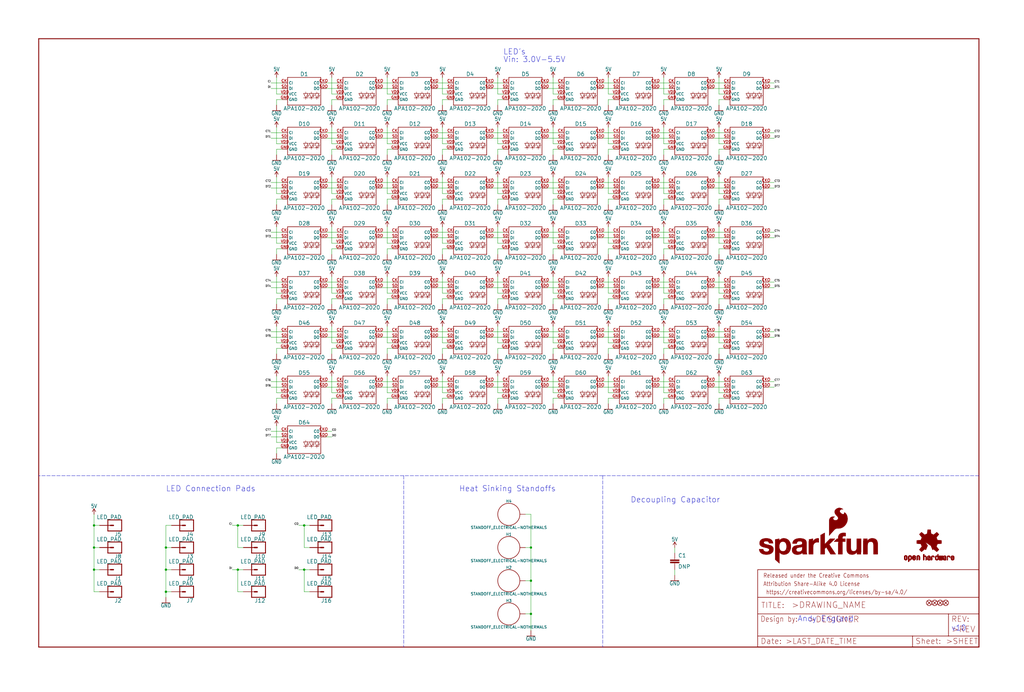
<source format=kicad_sch>
(kicad_sch (version 20211123) (generator eeschema)
  (paper "User" 470.306 317.906)
  (lib_symbols
    (symbol "schematicEagle-eagle-import:4.7UF-1206-16V-(+80{slash}-20%)"
      (property "Reference" "C" (at 1.524 2.921 0))
      (property "Value" "4.7UF-1206-16V-(+80{slash}-20%)" (at 1.524 -2.159 0))
      (symbol "4.7UF-1206-16V-(+80{slash}-20%)_1_0"
        (pin passive line (at 0 5.08 270) (length 2.54) (name "1") (number "1"))
        (pin passive line (at 0 -2.54 90) (length 2.54) (name "2") (number "2"))
      )
    )
    (symbol "schematicEagle-eagle-import:5V" (power)
      (property "Value" "5V" (at 0 2.794 0))
      (symbol "5V_1_0"
        (pin power_in line (at 0 0 90) (length 2.54) (name "5V") (number "1"))
      )
    )
    (symbol "schematicEagle-eagle-import:APA102-2020"
      (property "Reference" "D" (at 0 5.588 0))
      (property "Value" "APA102-2020" (at 0 -10.16 0))
      (symbol "APA102-2020_1_0"
        (pin bidirectional line (at -10.16 2.54 0) (length 2.54) (name "CI") (number "CKI"))
        (pin bidirectional line (at 10.16 2.54 180) (length 2.54) (name "CO") (number "CKO"))
        (pin bidirectional line (at -10.16 -5.08 0) (length 2.54) (name "GND") (number "GND"))
        (pin bidirectional line (at -10.16 0 0) (length 2.54) (name "DI") (number "SDI"))
        (pin bidirectional line (at 10.16 0 180) (length 2.54) (name "DO") (number "SDO"))
        (pin bidirectional line (at -10.16 -2.54 0) (length 2.54) (name "VCC") (number "VDD"))
      )
    )
    (symbol "schematicEagle-eagle-import:FIDUCIALUFIDUCIAL")
    (symbol "schematicEagle-eagle-import:FRAME-LEDGER"
      (symbol "FRAME-LEDGER_2_0"
        (text " https://creativecommons.org/licenses/by-sa/4.0/" (at 2.54 24.13 0) (effects (font (size 1.9304 1.6408)) (justify left bottom)))
        (text ">DESIGNER" (at 23.114 11.176 0) (effects (font (size 2.7432 2.7432)) (justify left bottom)))
        (text ">DRAWING_NAME" (at 15.494 17.78 0) (effects (font (size 2.7432 2.7432)) (justify left bottom)))
        (text ">LAST_DATE_TIME" (at 12.7 1.27 0) (effects (font (size 2.54 2.54)) (justify left bottom)))
        (text ">REV" (at 88.9 6.604 0) (effects (font (size 2.7432 2.7432)) (justify left bottom)))
        (text ">SHEET" (at 86.36 1.27 0) (effects (font (size 2.54 2.54)) (justify left bottom)))
        (text "Attribution Share-Alike 4.0 License" (at 2.54 27.94 0) (effects (font (size 1.9304 1.6408)) (justify left bottom)))
        (text "Date:" (at 1.27 1.27 0) (effects (font (size 2.54 2.54)) (justify left bottom)))
        (text "Design by:" (at 1.27 11.43 0) (effects (font (size 2.54 2.159)) (justify left bottom)))
        (text "Released under the Creative Commons" (at 2.54 31.75 0) (effects (font (size 1.9304 1.6408)) (justify left bottom)))
        (text "REV:" (at 88.9 11.43 0) (effects (font (size 2.54 2.54)) (justify left bottom)))
        (text "Sheet:" (at 72.39 1.27 0) (effects (font (size 2.54 2.54)) (justify left bottom)))
        (text "TITLE:" (at 1.524 17.78 0) (effects (font (size 2.54 2.54)) (justify left bottom)))
      )
    )
    (symbol "schematicEagle-eagle-import:GND" (power)
      (property "Value" "GND" (at 0 -0.254 0))
      (symbol "GND_1_0"
        (pin power_in line (at 0 2.54 270) (length 2.54) (name "GND") (number "1"))
      )
    )
    (symbol "schematicEagle-eagle-import:LED_PAD"
      (property "Reference" "J" (at -2.54 3.048 0))
      (property "Value" "LED_PAD" (at -2.54 -4.826 0))
      (symbol "LED_PAD_1_0"
        (pin passive line (at 7.62 0 180) (length 5.08) (name "1") (number "P$1"))
        (pin passive line (at 7.62 0 180) (length 5.08) (name "1") (number "P$2"))
      )
    )
    (symbol "schematicEagle-eagle-import:OSHW-LOGOS")
    (symbol "schematicEagle-eagle-import:SFE_LOGO_NAME_FLAME.1_INCH")
    (symbol "schematicEagle-eagle-import:STANDOFF_ELECTRICAL-NOTHERMALS"
      (property "Reference" "H" (at 0 5.334 0))
      (property "Value" "STANDOFF_ELECTRICAL-NOTHERMALS" (at 0 -5.334 0))
      (symbol "STANDOFF_ELECTRICAL-NOTHERMALS_1_0"
        (pin bidirectional line (at 7.62 0 180) (length 2.54) (name "P$1") (number "P1"))
      )
    )
  )
  (junction (at 43.18 261.62))
  (junction (at 109.22 261.62))
  (junction (at 243.84 281.94))
  (junction (at 109.22 241.3))
  (junction (at 76.2 271.78))
  (junction (at 139.7 241.3))
  (junction (at 76.2 261.62))
  (junction (at 243.84 251.46))
  (junction (at 76.2 251.46))
  (junction (at 243.84 266.7))
  (junction (at 43.18 251.46))
  (junction (at 43.18 241.3))
  (junction (at 139.7 261.62))
  (wire (pts (xy 254 137.16) (xy 254 139.7)))
  (wire (pts (xy 152.4 180.34) (xy 152.4 172.72)))
  (wire (pts (xy 139.7 251.46) (xy 142.24 251.46)))
  (wire (pts (xy 228.6 114.3) (xy 228.6 116.84)))
  (wire (pts (xy 307.34 45.72) (xy 304.8 45.72)))
  (wire (pts (xy 304.8 111.76) (xy 304.8 104.14)))
  (wire (pts (xy 353.06 40.64) (xy 355.6 40.64)))
  (wire (pts (xy 127 137.16) (xy 127 139.7)))
  (wire (pts (xy 45.72 241.3) (xy 43.18 241.3)))
  (wire (pts (xy 330.2 68.58) (xy 332.74 68.58)))
  (wire (pts (xy 139.7 271.78) (xy 142.24 271.78)))
  (wire (pts (xy 254 91.44) (xy 254 93.98)))
  (wire (pts (xy 332.74 134.62) (xy 330.2 134.62)))
  (wire (pts (xy 307.34 68.58) (xy 304.8 68.58)))
  (wire (pts (xy 353.06 154.94) (xy 355.6 154.94)))
  (wire (pts (xy 241.3 236.22) (xy 243.84 236.22)))
  (wire (pts (xy 307.34 83.82) (xy 302.26 83.82)))
  (wire (pts (xy 353.06 106.68) (xy 355.6 106.68)))
  (wire (pts (xy 203.2 180.34) (xy 203.2 172.72)))
  (wire (pts (xy 256.54 68.58) (xy 254 68.58)))
  (wire (pts (xy 109.22 241.3) (xy 109.22 251.46)))
  (wire (pts (xy 281.94 66.04) (xy 279.4 66.04)))
  (wire (pts (xy 205.74 106.68) (xy 200.66 106.68)))
  (wire (pts (xy 228.6 182.88) (xy 228.6 185.42)))
  (wire (pts (xy 180.34 40.64) (xy 175.26 40.64)))
  (wire (pts (xy 231.14 180.34) (xy 228.6 180.34)))
  (wire (pts (xy 353.06 129.54) (xy 355.6 129.54)))
  (wire (pts (xy 281.94 137.16) (xy 279.4 137.16)))
  (wire (pts (xy 256.54 43.18) (xy 254 43.18)))
  (wire (pts (xy 281.94 91.44) (xy 279.4 91.44)))
  (wire (pts (xy 129.54 175.26) (xy 124.46 175.26)))
  (polyline (pts (xy 185.42 218.44) (xy 17.78 218.44)))
  (wire (pts (xy 129.54 40.64) (xy 124.46 40.64)))
  (wire (pts (xy 154.94 154.94) (xy 149.86 154.94)))
  (wire (pts (xy 243.84 281.94) (xy 243.84 289.56)))
  (wire (pts (xy 205.74 38.1) (xy 200.66 38.1)))
  (wire (pts (xy 307.34 152.4) (xy 302.26 152.4)))
  (wire (pts (xy 231.14 38.1) (xy 226.06 38.1)))
  (wire (pts (xy 279.4 160.02) (xy 279.4 162.56)))
  (wire (pts (xy 152.4 137.16) (xy 152.4 139.7)))
  (wire (pts (xy 129.54 198.12) (xy 124.46 198.12)))
  (wire (pts (xy 307.34 137.16) (xy 304.8 137.16)))
  (wire (pts (xy 78.74 271.78) (xy 76.2 271.78)))
  (wire (pts (xy 180.34 43.18) (xy 177.8 43.18)))
  (wire (pts (xy 281.94 106.68) (xy 276.86 106.68)))
  (wire (pts (xy 231.14 177.8) (xy 226.06 177.8)))
  (wire (pts (xy 109.22 251.46) (xy 111.76 251.46)))
  (wire (pts (xy 279.4 66.04) (xy 279.4 58.42)))
  (wire (pts (xy 332.74 43.18) (xy 330.2 43.18)))
  (wire (pts (xy 154.94 86.36) (xy 149.86 86.36)))
  (polyline (pts (xy 276.86 218.44) (xy 185.42 218.44)))
  (wire (pts (xy 154.94 160.02) (xy 152.4 160.02)))
  (wire (pts (xy 177.8 134.62) (xy 177.8 127)))
  (wire (pts (xy 154.94 91.44) (xy 152.4 91.44)))
  (wire (pts (xy 279.4 45.72) (xy 279.4 48.26)))
  (wire (pts (xy 279.4 91.44) (xy 279.4 93.98)))
  (wire (pts (xy 307.34 86.36) (xy 302.26 86.36)))
  (wire (pts (xy 152.4 160.02) (xy 152.4 162.56)))
  (wire (pts (xy 177.8 111.76) (xy 177.8 104.14)))
  (wire (pts (xy 127 88.9) (xy 127 81.28)))
  (wire (pts (xy 177.8 45.72) (xy 177.8 48.26)))
  (wire (pts (xy 142.24 261.62) (xy 139.7 261.62)))
  (wire (pts (xy 256.54 83.82) (xy 251.46 83.82)))
  (wire (pts (xy 231.14 114.3) (xy 228.6 114.3)))
  (wire (pts (xy 228.6 91.44) (xy 228.6 93.98)))
  (wire (pts (xy 231.14 132.08) (xy 226.06 132.08)))
  (wire (pts (xy 203.2 160.02) (xy 203.2 162.56)))
  (wire (pts (xy 353.06 83.82) (xy 355.6 83.82)))
  (wire (pts (xy 254 160.02) (xy 254 162.56)))
  (wire (pts (xy 231.14 68.58) (xy 228.6 68.58)))
  (wire (pts (xy 180.34 60.96) (xy 175.26 60.96)))
  (wire (pts (xy 332.74 38.1) (xy 327.66 38.1)))
  (wire (pts (xy 231.14 129.54) (xy 226.06 129.54)))
  (wire (pts (xy 231.14 137.16) (xy 228.6 137.16)))
  (wire (pts (xy 279.4 88.9) (xy 279.4 81.28)))
  (wire (pts (xy 281.94 40.64) (xy 276.86 40.64)))
  (wire (pts (xy 279.4 43.18) (xy 279.4 35.56)))
  (wire (pts (xy 254 45.72) (xy 254 48.26)))
  (wire (pts (xy 231.14 111.76) (xy 228.6 111.76)))
  (wire (pts (xy 154.94 45.72) (xy 152.4 45.72)))
  (wire (pts (xy 281.94 83.82) (xy 276.86 83.82)))
  (wire (pts (xy 231.14 66.04) (xy 228.6 66.04)))
  (wire (pts (xy 154.94 38.1) (xy 149.86 38.1)))
  (wire (pts (xy 205.74 157.48) (xy 203.2 157.48)))
  (wire (pts (xy 231.14 83.82) (xy 226.06 83.82)))
  (wire (pts (xy 332.74 175.26) (xy 327.66 175.26)))
  (wire (pts (xy 254 134.62) (xy 254 127)))
  (wire (pts (xy 228.6 68.58) (xy 228.6 71.12)))
  (wire (pts (xy 76.2 251.46) (xy 76.2 241.3)))
  (wire (pts (xy 205.74 63.5) (xy 200.66 63.5)))
  (wire (pts (xy 139.7 261.62) (xy 139.7 271.78)))
  (wire (pts (xy 231.14 45.72) (xy 228.6 45.72)))
  (wire (pts (xy 304.8 157.48) (xy 304.8 149.86)))
  (wire (pts (xy 127 205.74) (xy 127 208.28)))
  (wire (pts (xy 205.74 182.88) (xy 203.2 182.88)))
  (wire (pts (xy 154.94 88.9) (xy 152.4 88.9)))
  (wire (pts (xy 330.2 116.84) (xy 330.2 114.3)))
  (wire (pts (xy 281.94 134.62) (xy 279.4 134.62)))
  (wire (pts (xy 152.4 91.44) (xy 152.4 93.98)))
  (wire (pts (xy 154.94 114.3) (xy 152.4 114.3)))
  (wire (pts (xy 228.6 160.02) (xy 228.6 162.56)))
  (wire (pts (xy 177.8 137.16) (xy 177.8 139.7)))
  (wire (pts (xy 332.74 180.34) (xy 330.2 180.34)))
  (wire (pts (xy 231.14 40.64) (xy 226.06 40.64)))
  (wire (pts (xy 254 66.04) (xy 254 58.42)))
  (wire (pts (xy 281.94 160.02) (xy 279.4 160.02)))
  (wire (pts (xy 254 111.76) (xy 254 104.14)))
  (wire (pts (xy 304.8 88.9) (xy 304.8 81.28)))
  (wire (pts (xy 111.76 261.62) (xy 109.22 261.62)))
  (wire (pts (xy 330.2 157.48) (xy 330.2 149.86)))
  (wire (pts (xy 129.54 109.22) (xy 124.46 109.22)))
  (wire (pts (xy 180.34 63.5) (xy 175.26 63.5)))
  (wire (pts (xy 330.2 134.62) (xy 330.2 127)))
  (wire (pts (xy 205.74 40.64) (xy 200.66 40.64)))
  (wire (pts (xy 180.34 106.68) (xy 175.26 106.68)))
  (wire (pts (xy 129.54 180.34) (xy 127 180.34)))
  (wire (pts (xy 154.94 157.48) (xy 152.4 157.48)))
  (wire (pts (xy 129.54 160.02) (xy 127 160.02)))
  (wire (pts (xy 281.94 111.76) (xy 279.4 111.76)))
  (wire (pts (xy 129.54 83.82) (xy 124.46 83.82)))
  (wire (pts (xy 307.34 66.04) (xy 304.8 66.04)))
  (wire (pts (xy 152.4 182.88) (xy 152.4 185.42)))
  (wire (pts (xy 180.34 86.36) (xy 175.26 86.36)))
  (wire (pts (xy 281.94 43.18) (xy 279.4 43.18)))
  (wire (pts (xy 307.34 160.02) (xy 304.8 160.02)))
  (wire (pts (xy 256.54 160.02) (xy 254 160.02)))
  (wire (pts (xy 127 68.58) (xy 127 71.12)))
  (wire (pts (xy 154.94 60.96) (xy 149.86 60.96)))
  (wire (pts (xy 139.7 261.62) (xy 137.16 261.62)))
  (wire (pts (xy 177.8 157.48) (xy 177.8 149.86)))
  (wire (pts (xy 149.86 200.66) (xy 152.4 200.66)))
  (wire (pts (xy 149.86 198.12) (xy 152.4 198.12)))
  (wire (pts (xy 330.2 185.42) (xy 330.2 182.88)))
  (wire (pts (xy 281.94 63.5) (xy 276.86 63.5)))
  (wire (pts (xy 45.72 261.62) (xy 43.18 261.62)))
  (wire (pts (xy 180.34 180.34) (xy 177.8 180.34)))
  (wire (pts (xy 304.8 45.72) (xy 304.8 48.26)))
  (wire (pts (xy 327.66 132.08) (xy 332.74 132.08)))
  (wire (pts (xy 177.8 114.3) (xy 177.8 116.84)))
  (wire (pts (xy 256.54 180.34) (xy 254 180.34)))
  (wire (pts (xy 129.54 91.44) (xy 127 91.44)))
  (wire (pts (xy 205.74 109.22) (xy 200.66 109.22)))
  (wire (pts (xy 254 180.34) (xy 254 172.72)))
  (wire (pts (xy 109.22 261.62) (xy 106.68 261.62)))
  (wire (pts (xy 231.14 106.68) (xy 226.06 106.68)))
  (wire (pts (xy 180.34 114.3) (xy 177.8 114.3)))
  (wire (pts (xy 256.54 152.4) (xy 251.46 152.4)))
  (wire (pts (xy 154.94 152.4) (xy 149.86 152.4)))
  (wire (pts (xy 304.8 66.04) (xy 304.8 58.42)))
  (wire (pts (xy 330.2 111.76) (xy 330.2 104.14)))
  (wire (pts (xy 154.94 137.16) (xy 152.4 137.16)))
  (wire (pts (xy 180.34 45.72) (xy 177.8 45.72)))
  (wire (pts (xy 281.94 45.72) (xy 279.4 45.72)))
  (wire (pts (xy 127 43.18) (xy 127 35.56)))
  (wire (pts (xy 243.84 251.46) (xy 243.84 266.7)))
  (wire (pts (xy 231.14 109.22) (xy 226.06 109.22)))
  (wire (pts (xy 330.2 180.34) (xy 330.2 172.72)))
  (wire (pts (xy 256.54 154.94) (xy 251.46 154.94)))
  (wire (pts (xy 332.74 157.48) (xy 330.2 157.48)))
  (wire (pts (xy 203.2 111.76) (xy 203.2 104.14)))
  (wire (pts (xy 256.54 86.36) (xy 251.46 86.36)))
  (wire (pts (xy 129.54 132.08) (xy 124.46 132.08)))
  (wire (pts (xy 256.54 60.96) (xy 251.46 60.96)))
  (wire (pts (xy 332.74 83.82) (xy 327.66 83.82)))
  (wire (pts (xy 307.34 177.8) (xy 302.26 177.8)))
  (wire (pts (xy 228.6 45.72) (xy 228.6 48.26)))
  (wire (pts (xy 205.74 88.9) (xy 203.2 88.9)))
  (wire (pts (xy 332.74 152.4) (xy 327.66 152.4)))
  (wire (pts (xy 127 203.2) (xy 127 195.58)))
  (wire (pts (xy 228.6 111.76) (xy 228.6 104.14)))
  (wire (pts (xy 152.4 88.9) (xy 152.4 81.28)))
  (wire (pts (xy 177.8 66.04) (xy 177.8 58.42)))
  (wire (pts (xy 254 114.3) (xy 254 116.84)))
  (wire (pts (xy 129.54 114.3) (xy 127 114.3)))
  (wire (pts (xy 111.76 241.3) (xy 109.22 241.3)))
  (wire (pts (xy 304.8 91.44) (xy 304.8 93.98)))
  (wire (pts (xy 142.24 241.3) (xy 139.7 241.3)))
  (wire (pts (xy 254 88.9) (xy 254 81.28)))
  (wire (pts (xy 281.94 88.9) (xy 279.4 88.9)))
  (wire (pts (xy 180.34 152.4) (xy 175.26 152.4)))
  (wire (pts (xy 256.54 111.76) (xy 254 111.76)))
  (wire (pts (xy 330.2 71.12) (xy 330.2 68.58)))
  (wire (pts (xy 327.66 177.8) (xy 332.74 177.8)))
  (wire (pts (xy 281.94 60.96) (xy 276.86 60.96)))
  (wire (pts (xy 203.2 134.62) (xy 203.2 127)))
  (wire (pts (xy 256.54 91.44) (xy 254 91.44)))
  (wire (pts (xy 152.4 134.62) (xy 152.4 127)))
  (wire (pts (xy 129.54 60.96) (xy 124.46 60.96)))
  (wire (pts (xy 304.8 180.34) (xy 304.8 172.72)))
  (wire (pts (xy 76.2 271.78) (xy 76.2 261.62)))
  (wire (pts (xy 129.54 134.62) (xy 127 134.62)))
  (wire (pts (xy 205.74 60.96) (xy 200.66 60.96)))
  (wire (pts (xy 279.4 137.16) (xy 279.4 139.7)))
  (polyline (pts (xy 276.86 218.44) (xy 276.86 297.18)))
  (wire (pts (xy 241.3 266.7) (xy 243.84 266.7)))
  (wire (pts (xy 256.54 106.68) (xy 251.46 106.68)))
  (wire (pts (xy 279.4 114.3) (xy 279.4 116.84)))
  (wire (pts (xy 203.2 43.18) (xy 203.2 35.56)))
  (wire (pts (xy 203.2 137.16) (xy 203.2 139.7)))
  (wire (pts (xy 256.54 134.62) (xy 254 134.62)))
  (wire (pts (xy 281.94 38.1) (xy 276.86 38.1)))
  (wire (pts (xy 129.54 152.4) (xy 124.46 152.4)))
  (wire (pts (xy 129.54 203.2) (xy 127 203.2)))
  (wire (pts (xy 330.2 162.56) (xy 330.2 160.02)))
  (wire (pts (xy 203.2 68.58) (xy 203.2 71.12)))
  (wire (pts (xy 129.54 66.04) (xy 127 66.04)))
  (wire (pts (xy 231.14 60.96) (xy 226.06 60.96)))
  (wire (pts (xy 127 157.48) (xy 127 149.86)))
  (wire (pts (xy 256.54 38.1) (xy 251.46 38.1)))
  (wire (pts (xy 109.22 261.62) (xy 109.22 271.78)))
  (wire (pts (xy 129.54 182.88) (xy 127 182.88)))
  (wire (pts (xy 330.2 114.3) (xy 332.74 114.3)))
  (wire (pts (xy 43.18 271.78) (xy 45.72 271.78)))
  (wire (pts (xy 332.74 129.54) (xy 327.66 129.54)))
  (wire (pts (xy 205.74 175.26) (xy 200.66 175.26)))
  (wire (pts (xy 281.94 114.3) (xy 279.4 114.3)))
  (wire (pts (xy 129.54 43.18) (xy 127 43.18)))
  (wire (pts (xy 330.2 48.26) (xy 330.2 45.72)))
  (wire (pts (xy 205.74 177.8) (xy 200.66 177.8)))
  (wire (pts (xy 332.74 106.68) (xy 327.66 106.68)))
  (wire (pts (xy 281.94 180.34) (xy 279.4 180.34)))
  (wire (pts (xy 327.66 154.94) (xy 332.74 154.94)))
  (wire (pts (xy 304.8 114.3) (xy 304.8 116.84)))
  (wire (pts (xy 281.94 68.58) (xy 279.4 68.58)))
  (wire (pts (xy 154.94 129.54) (xy 149.86 129.54)))
  (wire (pts (xy 330.2 88.9) (xy 330.2 81.28)))
  (wire (pts (xy 205.74 45.72) (xy 203.2 45.72)))
  (wire (pts (xy 307.34 109.22) (xy 302.26 109.22)))
  (wire (pts (xy 330.2 66.04) (xy 330.2 58.42)))
  (wire (pts (xy 154.94 40.64) (xy 149.86 40.64)))
  (wire (pts (xy 307.34 106.68) (xy 302.26 106.68)))
  (wire (pts (xy 330.2 182.88) (xy 332.74 182.88)))
  (wire (pts (xy 180.34 132.08) (xy 175.26 132.08)))
  (wire (pts (xy 309.88 264.16) (xy 309.88 261.62)))
  (wire (pts (xy 180.34 134.62) (xy 177.8 134.62)))
  (wire (pts (xy 256.54 109.22) (xy 251.46 109.22)))
  (wire (pts (xy 332.74 66.04) (xy 330.2 66.04)))
  (wire (pts (xy 330.2 43.18) (xy 330.2 35.56)))
  (wire (pts (xy 177.8 91.44) (xy 177.8 93.98)))
  (wire (pts (xy 228.6 88.9) (xy 228.6 81.28)))
  (wire (pts (xy 254 157.48) (xy 254 149.86)))
  (wire (pts (xy 127 114.3) (xy 127 116.84)))
  (wire (pts (xy 307.34 114.3) (xy 304.8 114.3)))
  (wire (pts (xy 43.18 251.46) (xy 43.18 261.62)))
  (wire (pts (xy 177.8 182.88) (xy 177.8 185.42)))
  (wire (pts (xy 203.2 66.04) (xy 203.2 58.42)))
  (wire (pts (xy 152.4 68.58) (xy 152.4 71.12)))
  (wire (pts (xy 353.06 63.5) (xy 355.6 63.5)))
  (wire (pts (xy 353.06 175.26) (xy 355.6 175.26)))
  (wire (pts (xy 228.6 137.16) (xy 228.6 139.7)))
  (wire (pts (xy 353.06 132.08) (xy 355.6 132.08)))
  (wire (pts (xy 129.54 106.68) (xy 124.46 106.68)))
  (wire (pts (xy 307.34 40.64) (xy 302.26 40.64)))
  (wire (pts (xy 256.54 88.9) (xy 254 88.9)))
  (wire (pts (xy 231.14 134.62) (xy 228.6 134.62)))
  (wire (pts (xy 180.34 68.58) (xy 177.8 68.58)))
  (wire (pts (xy 180.34 154.94) (xy 175.26 154.94)))
  (wire (pts (xy 243.84 236.22) (xy 243.84 251.46)))
  (wire (pts (xy 353.06 38.1) (xy 355.6 38.1)))
  (wire (pts (xy 154.94 182.88) (xy 152.4 182.88)))
  (wire (pts (xy 279.4 111.76) (xy 279.4 104.14)))
  (wire (pts (xy 231.14 86.36) (xy 226.06 86.36)))
  (wire (pts (xy 307.34 132.08) (xy 302.26 132.08)))
  (wire (pts (xy 330.2 139.7) (xy 330.2 137.16)))
  (wire (pts (xy 307.34 129.54) (xy 302.26 129.54)))
  (wire (pts (xy 177.8 160.02) (xy 177.8 162.56)))
  (wire (pts (xy 353.06 60.96) (xy 355.6 60.96)))
  (wire (pts (xy 353.06 109.22) (xy 355.6 109.22)))
  (wire (pts (xy 127 134.62) (xy 127 127)))
  (wire (pts (xy 203.2 91.44) (xy 203.2 93.98)))
  (wire (pts (xy 76.2 241.3) (xy 78.74 241.3)))
  (wire (pts (xy 129.54 200.66) (xy 124.46 200.66)))
  (wire (pts (xy 43.18 251.46) (xy 43.18 241.3)))
  (wire (pts (xy 152.4 157.48) (xy 152.4 149.86)))
  (wire (pts (xy 205.74 111.76) (xy 203.2 111.76)))
  (wire (pts (xy 180.34 109.22) (xy 175.26 109.22)))
  (wire (pts (xy 154.94 63.5) (xy 149.86 63.5)))
  (wire (pts (xy 45.72 251.46) (xy 43.18 251.46)))
  (wire (pts (xy 281.94 129.54) (xy 276.86 129.54)))
  (wire (pts (xy 154.94 66.04) (xy 152.4 66.04)))
  (wire (pts (xy 177.8 88.9) (xy 177.8 81.28)))
  (wire (pts (xy 203.2 114.3) (xy 203.2 116.84)))
  (wire (pts (xy 129.54 157.48) (xy 127 157.48)))
  (wire (pts (xy 254 68.58) (xy 254 71.12)))
  (wire (pts (xy 154.94 111.76) (xy 152.4 111.76)))
  (polyline (pts (xy 185.42 218.44) (xy 185.42 297.18)))
  (wire (pts (xy 180.34 83.82) (xy 175.26 83.82)))
  (wire (pts (xy 152.4 111.76) (xy 152.4 104.14)))
  (wire (pts (xy 279.4 157.48) (xy 279.4 149.86)))
  (wire (pts (xy 180.34 129.54) (xy 175.26 129.54)))
  (wire (pts (xy 231.14 63.5) (xy 226.06 63.5)))
  (wire (pts (xy 203.2 88.9) (xy 203.2 81.28)))
  (wire (pts (xy 307.34 88.9) (xy 304.8 88.9)))
  (wire (pts (xy 129.54 177.8) (xy 124.46 177.8)))
  (wire (pts (xy 152.4 45.72) (xy 152.4 48.26)))
  (wire (pts (xy 256.54 114.3) (xy 254 114.3)))
  (wire (pts (xy 279.4 134.62) (xy 279.4 127)))
  (wire (pts (xy 129.54 45.72) (xy 127 45.72)))
  (wire (pts (xy 129.54 63.5) (xy 124.46 63.5)))
  (wire (pts (xy 154.94 106.68) (xy 149.86 106.68)))
  (wire (pts (xy 330.2 45.72) (xy 332.74 45.72)))
  (wire (pts (xy 129.54 137.16) (xy 127 137.16)))
  (wire (pts (xy 307.34 38.1) (xy 302.26 38.1)))
  (wire (pts (xy 180.34 66.04) (xy 177.8 66.04)))
  (wire (pts (xy 231.14 88.9) (xy 228.6 88.9)))
  (wire (pts (xy 281.94 132.08) (xy 276.86 132.08)))
  (wire (pts (xy 228.6 66.04) (xy 228.6 58.42)))
  (wire (pts (xy 307.34 175.26) (xy 302.26 175.26)))
  (wire (pts (xy 109.22 241.3) (xy 106.68 241.3)))
  (wire (pts (xy 304.8 68.58) (xy 304.8 71.12)))
  (wire (pts (xy 154.94 68.58) (xy 152.4 68.58)))
  (wire (pts (xy 332.74 111.76) (xy 330.2 111.76)))
  (wire (pts (xy 281.94 182.88) (xy 279.4 182.88)))
  (wire (pts (xy 205.74 152.4) (xy 200.66 152.4)))
  (wire (pts (xy 256.54 45.72) (xy 254 45.72)))
  (wire (pts (xy 154.94 132.08) (xy 149.86 132.08)))
  (wire (pts (xy 281.94 154.94) (xy 276.86 154.94)))
  (wire (pts (xy 231.14 43.18) (xy 228.6 43.18)))
  (wire (pts (xy 127 45.72) (xy 127 48.26)))
  (wire (pts (xy 256.54 177.8) (xy 251.46 177.8)))
  (wire (pts (xy 330.2 91.44) (xy 332.74 91.44)))
  (wire (pts (xy 43.18 261.62) (xy 43.18 271.78)))
  (wire (pts (xy 256.54 132.08) (xy 251.46 132.08)))
  (wire (pts (xy 254 43.18) (xy 254 35.56)))
  (wire (pts (xy 154.94 175.26) (xy 149.86 175.26)))
  (wire (pts (xy 231.14 91.44) (xy 228.6 91.44)))
  (wire (pts (xy 205.74 154.94) (xy 200.66 154.94)))
  (wire (pts (xy 205.74 86.36) (xy 200.66 86.36)))
  (wire (pts (xy 330.2 160.02) (xy 332.74 160.02)))
  (wire (pts (xy 180.34 137.16) (xy 177.8 137.16)))
  (wire (pts (xy 109.22 271.78) (xy 111.76 271.78)))
  (wire (pts (xy 127 66.04) (xy 127 58.42)))
  (wire (pts (xy 307.34 154.94) (xy 302.26 154.94)))
  (wire (pts (xy 203.2 45.72) (xy 203.2 48.26)))
  (wire (pts (xy 129.54 86.36) (xy 124.46 86.36)))
  (wire (pts (xy 353.06 86.36) (xy 355.6 86.36)))
  (wire (pts (xy 281.94 152.4) (xy 276.86 152.4)))
  (wire (pts (xy 152.4 114.3) (xy 152.4 116.84)))
  (wire (pts (xy 76.2 261.62) (xy 78.74 261.62)))
  (wire (pts (xy 231.14 157.48) (xy 228.6 157.48)))
  (wire (pts (xy 205.74 68.58) (xy 203.2 68.58)))
  (wire (pts (xy 127 160.02) (xy 127 162.56)))
  (wire (pts (xy 180.34 175.26) (xy 175.26 175.26)))
  (wire (pts (xy 139.7 241.3) (xy 137.16 241.3)))
  (wire (pts (xy 203.2 157.48) (xy 203.2 149.86)))
  (wire (pts (xy 205.74 66.04) (xy 203.2 66.04)))
  (wire (pts (xy 231.14 182.88) (xy 228.6 182.88)))
  (wire (pts (xy 177.8 43.18) (xy 177.8 35.56)))
  (wire (pts (xy 279.4 68.58) (xy 279.4 71.12)))
  (wire (pts (xy 127 182.88) (xy 127 185.42)))
  (wire (pts (xy 177.8 68.58) (xy 177.8 71.12)))
  (wire (pts (xy 330.2 93.98) (xy 330.2 91.44)))
  (wire (pts (xy 281.94 177.8) (xy 276.86 177.8)))
  (wire (pts (xy 205.74 43.18) (xy 203.2 43.18)))
  (wire (pts (xy 256.54 129.54) (xy 251.46 129.54)))
  (wire (pts (xy 129.54 205.74) (xy 127 205.74)))
  (wire (pts (xy 256.54 63.5) (xy 251.46 63.5)))
  (wire (pts (xy 304.8 134.62) (xy 304.8 127)))
  (wire (pts (xy 129.54 129.54) (xy 124.46 129.54)))
  (wire (pts (xy 281.94 157.48) (xy 279.4 157.48)))
  (wire (pts (xy 304.8 160.02) (xy 304.8 162.56)))
  (wire (pts (xy 353.06 152.4) (xy 355.6 152.4)))
  (wire (pts (xy 241.3 251.46) (xy 243.84 251.46)))
  (wire (pts (xy 205.74 180.34) (xy 203.2 180.34)))
  (wire (pts (xy 256.54 175.26) (xy 251.46 175.26)))
  (wire (pts (xy 129.54 88.9) (xy 127 88.9)))
  (wire (pts (xy 304.8 182.88) (xy 304.8 185.42)))
  (wire (pts (xy 127 91.44) (xy 127 93.98)))
  (wire (pts (xy 180.34 38.1) (xy 175.26 38.1)))
  (wire (pts (xy 307.34 111.76) (xy 304.8 111.76)))
  (wire (pts (xy 43.18 241.3) (xy 43.18 236.22)))
  (wire (pts (xy 154.94 43.18) (xy 152.4 43.18)))
  (wire (pts (xy 205.74 91.44) (xy 203.2 91.44)))
  (wire (pts (xy 129.54 111.76) (xy 127 111.76)))
  (wire (pts (xy 180.34 160.02) (xy 177.8 160.02)))
  (wire (pts (xy 256.54 182.88) (xy 254 182.88)))
  (wire (pts (xy 256.54 137.16) (xy 254 137.16)))
  (wire (pts (xy 353.06 177.8) (xy 355.6 177.8)))
  (wire (pts (xy 254 182.88) (xy 254 185.42)))
  (wire (pts (xy 127 180.34) (xy 127 172.72)))
  (wire (pts (xy 256.54 40.64) (xy 251.46 40.64)))
  (wire (pts (xy 129.54 68.58) (xy 127 68.58)))
  (wire (pts (xy 76.2 251.46) (xy 76.2 261.62)))
  (wire (pts (xy 154.94 177.8) (xy 149.86 177.8)))
  (wire (pts (xy 309.88 251.46) (xy 309.88 254)))
  (wire (pts (xy 203.2 182.88) (xy 203.2 185.42)))
  (wire (pts (xy 205.74 134.62) (xy 203.2 134.62)))
  (wire (pts (xy 307.34 134.62) (xy 304.8 134.62)))
  (wire (pts (xy 332.74 60.96) (xy 327.66 60.96)))
  (wire (pts (xy 327.66 63.5) (xy 332.74 63.5)))
  (wire (pts (xy 180.34 88.9) (xy 177.8 88.9)))
  (wire (pts (xy 205.74 132.08) (xy 200.66 132.08)))
  (wire (pts (xy 180.34 177.8) (xy 175.26 177.8)))
  (wire (pts (xy 205.74 114.3) (xy 203.2 114.3)))
  (wire (pts (xy 139.7 241.3) (xy 139.7 251.46)))
  (wire (pts (xy 231.14 154.94) (xy 226.06 154.94)))
  (wire (pts (xy 228.6 43.18) (xy 228.6 35.56)))
  (wire (pts (xy 327.66 109.22) (xy 332.74 109.22)))
  (wire (pts (xy 307.34 157.48) (xy 304.8 157.48)))
  (wire (pts (xy 152.4 43.18) (xy 152.4 35.56)))
  (wire (pts (xy 205.74 83.82) (xy 200.66 83.82)))
  (wire (pts (xy 231.14 160.02) (xy 228.6 160.02)))
  (wire (pts (xy 154.94 180.34) (xy 152.4 180.34)))
  (wire (pts (xy 127 111.76) (xy 127 104.14)))
  (wire (pts (xy 154.94 83.82) (xy 149.86 83.82)))
  (polyline (pts (xy 449.58 218.44) (xy 276.86 218.44)))
  (wire (pts (xy 256.54 157.48) (xy 254 157.48)))
  (wire (pts (xy 279.4 182.88) (xy 279.4 185.42)))
  (wire (pts (xy 78.74 251.46) (xy 76.2 251.46)))
  (wire (pts (xy 177.8 180.34) (xy 177.8 172.72)))
  (wire (pts (xy 154.94 134.62) (xy 152.4 134.62)))
  (wire (pts (xy 281.94 175.26) (xy 276.86 175.26)))
  (wire (pts (xy 307.34 182.88) (xy 304.8 182.88)))
  (wire (pts (xy 228.6 134.62) (xy 228.6 127)))
  (wire (pts (xy 307.34 43.18) (xy 304.8 43.18)))
  (wire (pts (xy 304.8 137.16) (xy 304.8 139.7)))
  (wire (pts (xy 307.34 180.34) (xy 304.8 180.34)))
  (wire (pts (xy 281.94 109.22) (xy 276.86 109.22)))
  (wire (pts (xy 327.66 86.36) (xy 332.74 86.36)))
  (wire (pts (xy 180.34 111.76) (xy 177.8 111.76)))
  (wire (pts (xy 330.2 137.16) (xy 332.74 137.16)))
  (wire (pts (xy 231.14 175.26) (xy 226.06 175.26)))
  (wire (pts (xy 180.34 182.88) (xy 177.8 182.88)))
  (wire (pts (xy 228.6 180.34) (xy 228.6 172.72)))
  (wire (pts (xy 154.94 109.22) (xy 149.86 109.22)))
  (wire (pts (xy 304.8 43.18) (xy 304.8 35.56)))
  (wire (pts (xy 129.54 38.1) (xy 124.46 38.1)))
  (wire (pts (xy 327.66 40.64) (xy 332.74 40.64)))
  (wire (pts (xy 241.3 281.94) (xy 243.84 281.94)))
  (wire (pts (xy 332.74 88.9) (xy 330.2 88.9)))
  (wire (pts (xy 129.54 154.94) (xy 124.46 154.94)))
  (wire (pts (xy 279.4 180.34) (xy 279.4 172.72)))
  (wire (pts (xy 205.74 129.54) (xy 200.66 129.54)))
  (wire (pts (xy 281.94 86.36) (xy 276.86 86.36)))
  (wire (pts (xy 152.4 66.04) (xy 152.4 58.42)))
  (wire (pts (xy 307.34 63.5) (xy 302.26 63.5)))
  (wire (pts (xy 307.34 60.96) (xy 302.26 60.96)))
  (wire (pts (xy 205.74 137.16) (xy 203.2 137.16)))
  (wire (pts (xy 231.14 152.4) (xy 226.06 152.4)))
  (wire (pts (xy 76.2 274.32) (xy 76.2 271.78)))
  (wire (pts (xy 307.34 91.44) (xy 304.8 91.44)))
  (wire (pts (xy 180.34 157.48) (xy 177.8 157.48)))
  (wire (pts (xy 228.6 157.48) (xy 228.6 149.86)))
  (wire (pts (xy 243.84 266.7) (xy 243.84 281.94)))
  (wire (pts (xy 180.34 91.44) (xy 177.8 91.44)))
  (wire (pts (xy 205.74 160.02) (xy 203.2 160.02)))
  (wire (pts (xy 256.54 66.04) (xy 254 66.04)))
  (text "LED's" (at 231.14 25.4 180) (effects (font (size 2.54 2.54)) (justify left bottom)))
  (text "Decoupling Capacitor" (at 289.56 231.14 180) (effects (font (size 2.54 2.54)) (justify left bottom)))
  (text "Vin: 3.0V-5.5V" (at 231.14 28.956 180) (effects (font (size 2.54 2.54)) (justify left bottom)))
  (text "LED Connection Pads" (at 76.2 226.06 180) (effects (font (size 2.54 2.54)) (justify left bottom)))
  (text "Heat Sinking Standoffs" (at 210.82 226.06 180) (effects (font (size 2.54 2.54)) (justify left bottom)))
  (text "v10" (at 436.88 290.068 180) (effects (font (size 2.54 2.54)) (justify left bottom)))
  (text "Andy England" (at 366.268 285.75 180) (effects (font (size 2.54 2.54)) (justify left bottom)))
  (label "CT4" (at 124.46 129.54 180) (effects (font (size 0.889 0.889))))
  (label "CT6" (at 355.6 152.4 0) (effects (font (size 0.889 0.889))))
  (label "CT5" (at 124.46 152.4 180) (effects (font (size 0.889 0.889))))
  (label "DT6" (at 355.6 154.94 0) (effects (font (size 0.889 0.889))))
  (label "DI" (at 124.46 40.64 180) (effects (font (size 0.889 0.889))))
  (label "DT3" (at 355.6 86.36 0) (effects (font (size 0.889 0.889))))
  (label "CT1" (at 124.46 60.96 180) (effects (font (size 0.889 0.889))))
  (label "DT5" (at 124.46 154.94 180) (effects (font (size 0.889 0.889))))
  (label "CT6" (at 124.46 175.26 180) (effects (font (size 0.889 0.889))))
  (label "CT2" (at 124.46 83.82 180) (effects (font (size 0.889 0.889))))
  (label "CT5" (at 355.6 129.54 0) (effects (font (size 0.889 0.889))))
  (label "CT4" (at 355.6 106.68 0) (effects (font (size 0.889 0.889))))
  (label "DT3" (at 124.46 109.22 180) (effects (font (size 0.889 0.889))))
  (label "DT4" (at 355.6 109.22 0) (effects (font (size 0.889 0.889))))
  (label "DI" (at 106.68 261.62 180) (effects (font (size 0.889 0.889))))
  (label "DT2" (at 124.46 86.36 180) (effects (font (size 0.889 0.889))))
  (label "DT1" (at 124.46 63.5 180) (effects (font (size 0.889 0.889))))
  (label "CI" (at 124.46 38.1 180) (effects (font (size 0.889 0.889))))
  (label "CT1" (at 355.6 38.1 0) (effects (font (size 0.889 0.889))))
  (label "DT1" (at 355.6 40.64 0) (effects (font (size 0.889 0.889))))
  (label "CO" (at 137.16 241.3 180) (effects (font (size 0.889 0.889))))
  (label "CT3" (at 355.6 83.82 0) (effects (font (size 0.889 0.889))))
  (label "DT7" (at 124.46 200.66 180) (effects (font (size 0.889 0.889))))
  (label "DO" (at 152.4 200.66 0) (effects (font (size 0.889 0.889))))
  (label "CT2" (at 355.6 60.96 0) (effects (font (size 0.889 0.889))))
  (label "CT7" (at 124.46 198.12 180) (effects (font (size 0.889 0.889))))
  (label "CT7" (at 355.6 175.26 0) (effects (font (size 0.889 0.889))))
  (label "CO" (at 152.4 198.12 0) (effects (font (size 0.889 0.889))))
  (label "DO" (at 137.16 261.62 180) (effects (font (size 0.889 0.889))))
  (label "DT4" (at 124.46 132.08 180) (effects (font (size 0.889 0.889))))
  (label "DT7" (at 355.6 177.8 0) (effects (font (size 0.889 0.889))))
  (label "CT3" (at 124.46 106.68 180) (effects (font (size 0.889 0.889))))
  (label "DT6" (at 124.46 177.8 180) (effects (font (size 0.889 0.889))))
  (label "DT5" (at 355.6 132.08 0) (effects (font (size 0.889 0.889))))
  (label "DT2" (at 355.6 63.5 0) (effects (font (size 0.889 0.889))))
  (label "CI" (at 106.68 241.3 180) (effects (font (size 0.889 0.889))))
  (symbol (lib_id "schematicEagle-eagle-import:5V") (at 254 149.86 0) (unit 1)
    (property "Reference" "#SUPPLY51" (effects hide))
    (property "Value" "5V" (at 254 147.066 0) (effects (font (size 1.778 1.5113)) (justify bottom)))
    (property "Footprint" "schematicEagle:" (effects hide))
  )
  (symbol (lib_id "schematicEagle-eagle-import:5V") (at 127 127 0) (unit 1)
    (property "Reference" "#SUPPLY37" (effects hide))
    (property "Value" "5V" (at 127 124.206 0) (effects (font (size 1.778 1.5113)) (justify bottom)))
    (property "Footprint" "schematicEagle:" (effects hide))
  )
  (symbol (lib_id "schematicEagle-eagle-import:5V") (at 177.8 149.86 0) (unit 1)
    (property "Reference" "#SUPPLY48" (effects hide))
    (property "Value" "5V" (at 177.8 147.066 0) (effects (font (size 1.778 1.5113)) (justify bottom)))
    (property "Footprint" "schematicEagle:" (effects hide))
  )
  (symbol (lib_id "schematicEagle-eagle-import:5V") (at 304.8 35.56 0) (unit 1)
    (property "Reference" "#SUPPLY8" (effects hide))
    (property "Value" "5V" (at 304.8 32.766 0) (effects (font (size 1.778 1.5113)) (justify bottom)))
    (property "Footprint" "schematicEagle:" (effects hide))
  )
  (symbol (lib_id "schematicEagle-eagle-import:APA102-2020") (at 139.7 63.5 0) (unit 1)
    (property "Reference" "D10" (at 139.7 57.912 0) (effects (font (size 1.778 1.778)) (justify bottom)))
    (property "Value" "APA102-2020" (at 139.7 73.66 0) (effects (font (size 1.778 1.778)) (justify bottom)))
    (property "Footprint" "schematicEagle:APA102-2020" (effects hide))
  )
  (symbol (lib_id "schematicEagle-eagle-import:5V") (at 203.2 58.42 0) (unit 1)
    (property "Reference" "#SUPPLY13" (effects hide))
    (property "Value" "5V" (at 203.2 55.626 0) (effects (font (size 1.778 1.5113)) (justify bottom)))
    (property "Footprint" "schematicEagle:" (effects hide))
  )
  (symbol (lib_id "schematicEagle-eagle-import:STANDOFF_ELECTRICAL-NOTHERMALS") (at 233.68 266.7 0) (unit 1)
    (property "Reference" "H2" (at 233.68 261.366 0) (effects (justify bottom)))
    (property "Value" "STANDOFF_ELECTRICAL-NOTHERMALS" (at 233.68 272.034 0) (effects (justify top)))
    (property "Footprint" "schematicEagle:STANDOFF-ELECTRICAL-NOTHERMALS" (effects hide))
  )
  (symbol (lib_id "schematicEagle-eagle-import:APA102-2020") (at 215.9 109.22 0) (unit 1)
    (property "Reference" "D31" (at 215.9 103.632 0) (effects (font (size 1.778 1.778)) (justify bottom)))
    (property "Value" "APA102-2020" (at 215.9 119.38 0) (effects (font (size 1.778 1.778)) (justify bottom)))
    (property "Footprint" "schematicEagle:APA102-2020" (effects hide))
  )
  (symbol (lib_id "schematicEagle-eagle-import:GND") (at 203.2 73.66 0) (unit 1)
    (property "Reference" "#GND13" (effects hide))
    (property "Value" "GND" (at 203.2 73.914 0) (effects (font (size 1.778 1.5113)) (justify top)))
    (property "Footprint" "schematicEagle:" (effects hide))
  )
  (symbol (lib_id "schematicEagle-eagle-import:5V") (at 304.8 81.28 0) (unit 1)
    (property "Reference" "#SUPPLY26" (effects hide))
    (property "Value" "5V" (at 304.8 78.486 0) (effects (font (size 1.778 1.5113)) (justify bottom)))
    (property "Footprint" "schematicEagle:" (effects hide))
  )
  (symbol (lib_id "schematicEagle-eagle-import:APA102-2020") (at 266.7 109.22 0) (unit 1)
    (property "Reference" "D33" (at 266.7 103.632 0) (effects (font (size 1.778 1.778)) (justify bottom)))
    (property "Value" "APA102-2020" (at 266.7 119.38 0) (effects (font (size 1.778 1.778)) (justify bottom)))
    (property "Footprint" "schematicEagle:APA102-2020" (effects hide))
  )
  (symbol (lib_id "schematicEagle-eagle-import:GND") (at 127 96.52 0) (unit 1)
    (property "Reference" "#GND19" (effects hide))
    (property "Value" "GND" (at 127 96.774 0) (effects (font (size 1.778 1.5113)) (justify top)))
    (property "Footprint" "schematicEagle:" (effects hide))
  )
  (symbol (lib_id "schematicEagle-eagle-import:5V") (at 127 35.56 0) (unit 1)
    (property "Reference" "#SUPPLY1" (effects hide))
    (property "Value" "5V" (at 127 32.766 0) (effects (font (size 1.778 1.5113)) (justify bottom)))
    (property "Footprint" "schematicEagle:" (effects hide))
  )
  (symbol (lib_id "schematicEagle-eagle-import:5V") (at 304.8 104.14 0) (unit 1)
    (property "Reference" "#SUPPLY35" (effects hide))
    (property "Value" "5V" (at 304.8 101.346 0) (effects (font (size 1.778 1.5113)) (justify bottom)))
    (property "Footprint" "schematicEagle:" (effects hide))
  )
  (symbol (lib_id "schematicEagle-eagle-import:APA102-2020") (at 190.5 132.08 0) (unit 1)
    (property "Reference" "D39" (at 190.5 126.492 0) (effects (font (size 1.778 1.778)) (justify bottom)))
    (property "Value" "APA102-2020" (at 190.5 142.24 0) (effects (font (size 1.778 1.778)) (justify bottom)))
    (property "Footprint" "schematicEagle:APA102-2020" (effects hide))
  )
  (symbol (lib_id "schematicEagle-eagle-import:GND") (at 127 142.24 0) (unit 1)
    (property "Reference" "#GND37" (effects hide))
    (property "Value" "GND" (at 127 142.494 0) (effects (font (size 1.778 1.5113)) (justify top)))
    (property "Footprint" "schematicEagle:" (effects hide))
  )
  (symbol (lib_id "schematicEagle-eagle-import:5V") (at 330.2 58.42 0) (unit 1)
    (property "Reference" "#SUPPLY18" (effects hide))
    (property "Value" "5V" (at 330.2 55.626 0) (effects (font (size 1.778 1.5113)) (justify bottom)))
    (property "Footprint" "schematicEagle:" (effects hide))
  )
  (symbol (lib_id "schematicEagle-eagle-import:APA102-2020") (at 292.1 154.94 0) (unit 1)
    (property "Reference" "D52" (at 292.1 149.352 0) (effects (font (size 1.778 1.778)) (justify bottom)))
    (property "Value" "APA102-2020" (at 292.1 165.1 0) (effects (font (size 1.778 1.778)) (justify bottom)))
    (property "Footprint" "schematicEagle:APA102-2020" (effects hide))
  )
  (symbol (lib_id "schematicEagle-eagle-import:APA102-2020") (at 241.3 40.64 0) (unit 1)
    (property "Reference" "D5" (at 241.3 35.052 0) (effects (font (size 1.778 1.778)) (justify bottom)))
    (property "Value" "APA102-2020" (at 241.3 50.8 0) (effects (font (size 1.778 1.778)) (justify bottom)))
    (property "Footprint" "schematicEagle:APA102-2020" (effects hide))
  )
  (symbol (lib_id "schematicEagle-eagle-import:GND") (at 254 187.96 0) (unit 1)
    (property "Reference" "#GND60" (effects hide))
    (property "Value" "GND" (at 254 188.214 0) (effects (font (size 1.778 1.5113)) (justify top)))
    (property "Footprint" "schematicEagle:" (effects hide))
  )
  (symbol (lib_id "schematicEagle-eagle-import:LED_PAD") (at 53.34 261.62 180) (unit 1)
    (property "Reference" "J1" (at 55.88 264.668 0) (effects (font (size 1.778 1.778)) (justify left bottom)))
    (property "Value" "LED_PAD" (at 55.88 256.794 0) (effects (font (size 1.778 1.778)) (justify left bottom)))
    (property "Footprint" "schematicEagle:CIRCULARPAD" (effects hide))
  )
  (symbol (lib_id "schematicEagle-eagle-import:LED_PAD") (at 86.36 271.78 180) (unit 1)
    (property "Reference" "J7" (at 88.9 274.828 0) (effects (font (size 1.778 1.778)) (justify left bottom)))
    (property "Value" "LED_PAD" (at 88.9 266.954 0) (effects (font (size 1.778 1.778)) (justify left bottom)))
    (property "Footprint" "schematicEagle:CIRCULARPAD" (effects hide))
  )
  (symbol (lib_id "schematicEagle-eagle-import:LED_PAD") (at 119.38 251.46 180) (unit 1)
    (property "Reference" "J10" (at 121.92 254.508 0) (effects (font (size 1.778 1.778)) (justify left bottom)))
    (property "Value" "LED_PAD" (at 121.92 246.634 0) (effects (font (size 1.778 1.778)) (justify left bottom)))
    (property "Footprint" "schematicEagle:CIRCULARPAD" (effects hide))
  )
  (symbol (lib_id "schematicEagle-eagle-import:APA102-2020") (at 292.1 177.8 0) (unit 1)
    (property "Reference" "D61" (at 292.1 172.212 0) (effects (font (size 1.778 1.778)) (justify bottom)))
    (property "Value" "APA102-2020" (at 292.1 187.96 0) (effects (font (size 1.778 1.778)) (justify bottom)))
    (property "Footprint" "schematicEagle:APA102-2020" (effects hide))
  )
  (symbol (lib_id "schematicEagle-eagle-import:APA102-2020") (at 190.5 154.94 0) (unit 1)
    (property "Reference" "D48" (at 190.5 149.352 0) (effects (font (size 1.778 1.778)) (justify bottom)))
    (property "Value" "APA102-2020" (at 190.5 165.1 0) (effects (font (size 1.778 1.778)) (justify bottom)))
    (property "Footprint" "schematicEagle:APA102-2020" (effects hide))
  )
  (symbol (lib_id "schematicEagle-eagle-import:FIDUCIALUFIDUCIAL") (at 431.8 276.86 0) (unit 1)
    (property "Reference" "FD3" (effects hide))
    (property "Value" "FIDUCIALUFIDUCIAL" (effects hide))
    (property "Footprint" "schematicEagle:FIDUCIAL-MICRO" (effects hide))
  )
  (symbol (lib_id "schematicEagle-eagle-import:5V") (at 177.8 81.28 0) (unit 1)
    (property "Reference" "#SUPPLY21" (effects hide))
    (property "Value" "5V" (at 177.8 78.486 0) (effects (font (size 1.778 1.5113)) (justify bottom)))
    (property "Footprint" "schematicEagle:" (effects hide))
  )
  (symbol (lib_id "schematicEagle-eagle-import:APA102-2020") (at 139.7 200.66 0) (unit 1)
    (property "Reference" "D64" (at 139.7 195.072 0) (effects (font (size 1.778 1.778)) (justify bottom)))
    (property "Value" "APA102-2020" (at 139.7 210.82 0) (effects (font (size 1.778 1.778)) (justify bottom)))
    (property "Footprint" "schematicEagle:APA102-2020" (effects hide))
  )
  (symbol (lib_id "schematicEagle-eagle-import:5V") (at 177.8 127 0) (unit 1)
    (property "Reference" "#SUPPLY39" (effects hide))
    (property "Value" "5V" (at 177.8 124.206 0) (effects (font (size 1.778 1.5113)) (justify bottom)))
    (property "Footprint" "schematicEagle:" (effects hide))
  )
  (symbol (lib_id "schematicEagle-eagle-import:GND") (at 279.4 165.1 0) (unit 1)
    (property "Reference" "#GND52" (effects hide))
    (property "Value" "GND" (at 279.4 165.354 0) (effects (font (size 1.778 1.5113)) (justify top)))
    (property "Footprint" "schematicEagle:" (effects hide))
  )
  (symbol (lib_id "schematicEagle-eagle-import:FRAME-LEDGER") (at 347.98 297.18 0) (unit 2)
    (property "Reference" "FRAME1" (effects hide))
    (property "Value" "FRAME-LEDGER" (effects hide))
    (property "Footprint" "schematicEagle:CREATIVE_COMMONS" (effects hide))
  )
  (symbol (lib_id "schematicEagle-eagle-import:GND") (at 330.2 119.38 0) (unit 1)
    (property "Reference" "#GND36" (effects hide))
    (property "Value" "GND" (at 330.2 119.634 0) (effects (font (size 1.778 1.5113)) (justify top)))
    (property "Footprint" "schematicEagle:" (effects hide))
  )
  (symbol (lib_id "schematicEagle-eagle-import:GND") (at 279.4 119.38 0) (unit 1)
    (property "Reference" "#GND34" (effects hide))
    (property "Value" "GND" (at 279.4 119.634 0) (effects (font (size 1.778 1.5113)) (justify top)))
    (property "Footprint" "schematicEagle:" (effects hide))
  )
  (symbol (lib_id "schematicEagle-eagle-import:FRAME-LEDGER") (at 17.78 297.18 0) (unit 1)
    (property "Reference" "FRAME1" (effects hide))
    (property "Value" "FRAME-LEDGER" (effects hide))
    (property "Footprint" "schematicEagle:CREATIVE_COMMONS" (effects hide))
  )
  (symbol (lib_id "schematicEagle-eagle-import:APA102-2020") (at 190.5 86.36 0) (unit 1)
    (property "Reference" "D21" (at 190.5 80.772 0) (effects (font (size 1.778 1.778)) (justify bottom)))
    (property "Value" "APA102-2020" (at 190.5 96.52 0) (effects (font (size 1.778 1.778)) (justify bottom)))
    (property "Footprint" "schematicEagle:APA102-2020" (effects hide))
  )
  (symbol (lib_id "schematicEagle-eagle-import:5V") (at 177.8 104.14 0) (unit 1)
    (property "Reference" "#SUPPLY30" (effects hide))
    (property "Value" "5V" (at 177.8 101.346 0) (effects (font (size 1.778 1.5113)) (justify bottom)))
    (property "Footprint" "schematicEagle:" (effects hide))
  )
  (symbol (lib_id "schematicEagle-eagle-import:5V") (at 304.8 149.86 0) (unit 1)
    (property "Reference" "#SUPPLY53" (effects hide))
    (property "Value" "5V" (at 304.8 147.066 0) (effects (font (size 1.778 1.5113)) (justify bottom)))
    (property "Footprint" "schematicEagle:" (effects hide))
  )
  (symbol (lib_id "schematicEagle-eagle-import:5V") (at 177.8 58.42 0) (unit 1)
    (property "Reference" "#SUPPLY12" (effects hide))
    (property "Value" "5V" (at 177.8 55.626 0) (effects (font (size 1.778 1.5113)) (justify bottom)))
    (property "Footprint" "schematicEagle:" (effects hide))
  )
  (symbol (lib_id "schematicEagle-eagle-import:5V") (at 330.2 35.56 0) (unit 1)
    (property "Reference" "#SUPPLY9" (effects hide))
    (property "Value" "5V" (at 330.2 32.766 0) (effects (font (size 1.778 1.5113)) (justify bottom)))
    (property "Footprint" "schematicEagle:" (effects hide))
  )
  (symbol (lib_id "schematicEagle-eagle-import:GND") (at 127 187.96 0) (unit 1)
    (property "Reference" "#GND55" (effects hide))
    (property "Value" "GND" (at 127 188.214 0) (effects (font (size 1.778 1.5113)) (justify top)))
    (property "Footprint" "schematicEagle:" (effects hide))
  )
  (symbol (lib_id "schematicEagle-eagle-import:GND") (at 203.2 187.96 0) (unit 1)
    (property "Reference" "#GND58" (effects hide))
    (property "Value" "GND" (at 203.2 188.214 0) (effects (font (size 1.778 1.5113)) (justify top)))
    (property "Footprint" "schematicEagle:" (effects hide))
  )
  (symbol (lib_id "schematicEagle-eagle-import:GND") (at 177.8 142.24 0) (unit 1)
    (property "Reference" "#GND39" (effects hide))
    (property "Value" "GND" (at 177.8 142.494 0) (effects (font (size 1.778 1.5113)) (justify top)))
    (property "Footprint" "schematicEagle:" (effects hide))
  )
  (symbol (lib_id "schematicEagle-eagle-import:GND") (at 203.2 165.1 0) (unit 1)
    (property "Reference" "#GND49" (effects hide))
    (property "Value" "GND" (at 203.2 165.354 0) (effects (font (size 1.778 1.5113)) (justify top)))
    (property "Footprint" "schematicEagle:" (effects hide))
  )
  (symbol (lib_id "schematicEagle-eagle-import:APA102-2020") (at 165.1 40.64 0) (unit 1)
    (property "Reference" "D2" (at 165.1 35.052 0) (effects (font (size 1.778 1.778)) (justify bottom)))
    (property "Value" "APA102-2020" (at 165.1 50.8 0) (effects (font (size 1.778 1.778)) (justify bottom)))
    (property "Footprint" "schematicEagle:APA102-2020" (effects hide))
  )
  (symbol (lib_id "schematicEagle-eagle-import:APA102-2020") (at 241.3 63.5 0) (unit 1)
    (property "Reference" "D14" (at 241.3 57.912 0) (effects (font (size 1.778 1.778)) (justify bottom)))
    (property "Value" "APA102-2020" (at 241.3 73.66 0) (effects (font (size 1.778 1.778)) (justify bottom)))
    (property "Footprint" "schematicEagle:APA102-2020" (effects hide))
  )
  (symbol (lib_id "schematicEagle-eagle-import:GND") (at 228.6 119.38 0) (unit 1)
    (property "Reference" "#GND32" (effects hide))
    (property "Value" "GND" (at 228.6 119.634 0) (effects (font (size 1.778 1.5113)) (justify top)))
    (property "Footprint" "schematicEagle:" (effects hide))
  )
  (symbol (lib_id "schematicEagle-eagle-import:GND") (at 203.2 96.52 0) (unit 1)
    (property "Reference" "#GND22" (effects hide))
    (property "Value" "GND" (at 203.2 96.774 0) (effects (font (size 1.778 1.5113)) (justify top)))
    (property "Footprint" "schematicEagle:" (effects hide))
  )
  (symbol (lib_id "schematicEagle-eagle-import:GND") (at 254 165.1 0) (unit 1)
    (property "Reference" "#GND51" (effects hide))
    (property "Value" "GND" (at 254 165.354 0) (effects (font (size 1.778 1.5113)) (justify top)))
    (property "Footprint" "schematicEagle:" (effects hide))
  )
  (symbol (lib_id "schematicEagle-eagle-import:5V") (at 304.8 127 0) (unit 1)
    (property "Reference" "#SUPPLY44" (effects hide))
    (property "Value" "5V" (at 304.8 124.206 0) (effects (font (size 1.778 1.5113)) (justify bottom)))
    (property "Footprint" "schematicEagle:" (effects hide))
  )
  (symbol (lib_id "schematicEagle-eagle-import:APA102-2020") (at 342.9 63.5 0) (unit 1)
    (property "Reference" "D18" (at 342.9 57.912 0) (effects (font (size 1.778 1.778)) (justify bottom)))
    (property "Value" "APA102-2020" (at 342.9 73.66 0) (effects (font (size 1.778 1.778)) (justify bottom)))
    (property "Footprint" "schematicEagle:APA102-2020" (effects hide))
  )
  (symbol (lib_id "schematicEagle-eagle-import:GND") (at 152.4 165.1 0) (unit 1)
    (property "Reference" "#GND47" (effects hide))
    (property "Value" "GND" (at 152.4 165.354 0) (effects (font (size 1.778 1.5113)) (justify top)))
    (property "Footprint" "schematicEagle:" (effects hide))
  )
  (symbol (lib_id "schematicEagle-eagle-import:GND") (at 309.88 266.7 0) (unit 1)
    (property "Reference" "#GND67" (effects hide))
    (property "Value" "GND" (at 309.88 266.954 0) (effects (font (size 1.778 1.5113)) (justify top)))
    (property "Footprint" "schematicEagle:" (effects hide))
  )
  (symbol (lib_id "schematicEagle-eagle-import:FIDUCIALUFIDUCIAL") (at 426.72 276.86 0) (unit 1)
    (property "Reference" "FD1" (effects hide))
    (property "Value" "FIDUCIALUFIDUCIAL" (effects hide))
    (property "Footprint" "schematicEagle:FIDUCIAL-MICRO" (effects hide))
  )
  (symbol (lib_id "schematicEagle-eagle-import:APA102-2020") (at 317.5 86.36 0) (unit 1)
    (property "Reference" "D26" (at 317.5 80.772 0) (effects (font (size 1.778 1.778)) (justify bottom)))
    (property "Value" "APA102-2020" (at 317.5 96.52 0) (effects (font (size 1.778 1.778)) (justify bottom)))
    (property "Footprint" "schematicEagle:APA102-2020" (effects hide))
  )
  (symbol (lib_id "schematicEagle-eagle-import:4.7UF-1206-16V-(+80{slash}-20%)") (at 309.88 259.08 0) (unit 1)
    (property "Reference" "C1" (at 311.404 256.159 0) (effects (font (size 1.778 1.778)) (justify left bottom)))
    (property "Value" "DNP" (at 311.404 261.239 0) (effects (font (size 1.778 1.778)) (justify left bottom)))
    (property "Footprint" "schematicEagle:1206" (effects hide))
  )
  (symbol (lib_id "schematicEagle-eagle-import:APA102-2020") (at 266.7 63.5 0) (unit 1)
    (property "Reference" "D15" (at 266.7 57.912 0) (effects (font (size 1.778 1.778)) (justify bottom)))
    (property "Value" "APA102-2020" (at 266.7 73.66 0) (effects (font (size 1.778 1.778)) (justify bottom)))
    (property "Footprint" "schematicEagle:APA102-2020" (effects hide))
  )
  (symbol (lib_id "schematicEagle-eagle-import:LED_PAD") (at 149.86 261.62 180) (unit 1)
    (property "Reference" "J15" (at 152.4 264.668 0) (effects (font (size 1.778 1.778)) (justify left bottom)))
    (property "Value" "LED_PAD" (at 152.4 256.794 0) (effects (font (size 1.778 1.778)) (justify left bottom)))
    (property "Footprint" "schematicEagle:CIRCULARPAD" (effects hide))
  )
  (symbol (lib_id "schematicEagle-eagle-import:GND") (at 304.8 96.52 0) (unit 1)
    (property "Reference" "#GND26" (effects hide))
    (property "Value" "GND" (at 304.8 96.774 0) (effects (font (size 1.778 1.5113)) (justify top)))
    (property "Footprint" "schematicEagle:" (effects hide))
  )
  (symbol (lib_id "schematicEagle-eagle-import:5V") (at 254 35.56 0) (unit 1)
    (property "Reference" "#SUPPLY6" (effects hide))
    (property "Value" "5V" (at 254 32.766 0) (effects (font (size 1.778 1.5113)) (justify bottom)))
    (property "Footprint" "schematicEagle:" (effects hide))
  )
  (symbol (lib_id "schematicEagle-eagle-import:5V") (at 127 149.86 0) (unit 1)
    (property "Reference" "#SUPPLY46" (effects hide))
    (property "Value" "5V" (at 127 147.066 0) (effects (font (size 1.778 1.5113)) (justify bottom)))
    (property "Footprint" "schematicEagle:" (effects hide))
  )
  (symbol (lib_id "schematicEagle-eagle-import:GND") (at 127 50.8 0) (unit 1)
    (property "Reference" "#GND1" (effects hide))
    (property "Value" "GND" (at 127 51.054 0) (effects (font (size 1.778 1.5113)) (justify top)))
    (property "Footprint" "schematicEagle:" (effects hide))
  )
  (symbol (lib_id "schematicEagle-eagle-import:APA102-2020") (at 342.9 154.94 0) (unit 1)
    (property "Reference" "D54" (at 342.9 149.352 0) (effects (font (size 1.778 1.778)) (justify bottom)))
    (property "Value" "APA102-2020" (at 342.9 165.1 0) (effects (font (size 1.778 1.778)) (justify bottom)))
    (property "Footprint" "schematicEagle:APA102-2020" (effects hide))
  )
  (symbol (lib_id "schematicEagle-eagle-import:5V") (at 254 127 0) (unit 1)
    (property "Reference" "#SUPPLY42" (effects hide))
    (property "Value" "5V" (at 254 124.206 0) (effects (font (size 1.778 1.5113)) (justify bottom)))
    (property "Footprint" "schematicEagle:" (effects hide))
  )
  (symbol (lib_id "schematicEagle-eagle-import:GND") (at 203.2 50.8 0) (unit 1)
    (property "Reference" "#GND4" (effects hide))
    (property "Value" "GND" (at 203.2 51.054 0) (effects (font (size 1.778 1.5113)) (justify top)))
    (property "Footprint" "schematicEagle:" (effects hide))
  )
  (symbol (lib_id "schematicEagle-eagle-import:GND") (at 304.8 142.24 0) (unit 1)
    (property "Reference" "#GND44" (effects hide))
    (property "Value" "GND" (at 304.8 142.494 0) (effects (font (size 1.778 1.5113)) (justify top)))
    (property "Footprint" "schematicEagle:" (effects hide))
  )
  (symbol (lib_id "schematicEagle-eagle-import:LED_PAD") (at 86.36 251.46 180) (unit 1)
    (property "Reference" "J3" (at 88.9 254.508 0) (effects (font (size 1.778 1.778)) (justify left bottom)))
    (property "Value" "LED_PAD" (at 88.9 246.634 0) (effects (font (size 1.778 1.778)) (justify left bottom)))
    (property "Footprint" "schematicEagle:CIRCULARPAD" (effects hide))
  )
  (symbol (lib_id "schematicEagle-eagle-import:GND") (at 254 96.52 0) (unit 1)
    (property "Reference" "#GND24" (effects hide))
    (property "Value" "GND" (at 254 96.774 0) (effects (font (size 1.778 1.5113)) (justify top)))
    (property "Footprint" "schematicEagle:" (effects hide))
  )
  (symbol (lib_id "schematicEagle-eagle-import:GND") (at 152.4 73.66 0) (unit 1)
    (property "Reference" "#GND11" (effects hide))
    (property "Value" "GND" (at 152.4 73.914 0) (effects (font (size 1.778 1.5113)) (justify top)))
    (property "Footprint" "schematicEagle:" (effects hide))
  )
  (symbol (lib_id "schematicEagle-eagle-import:APA102-2020") (at 317.5 132.08 0) (unit 1)
    (property "Reference" "D44" (at 317.5 126.492 0) (effects (font (size 1.778 1.778)) (justify bottom)))
    (property "Value" "APA102-2020" (at 317.5 142.24 0) (effects (font (size 1.778 1.778)) (justify bottom)))
    (property "Footprint" "schematicEagle:APA102-2020" (effects hide))
  )
  (symbol (lib_id "schematicEagle-eagle-import:GND") (at 228.6 50.8 0) (unit 1)
    (property "Reference" "#GND5" (effects hide))
    (property "Value" "GND" (at 228.6 51.054 0) (effects (font (size 1.778 1.5113)) (justify top)))
    (property "Footprint" "schematicEagle:" (effects hide))
  )
  (symbol (lib_id "schematicEagle-eagle-import:5V") (at 152.4 58.42 0) (unit 1)
    (property "Reference" "#SUPPLY11" (effects hide))
    (property "Value" "5V" (at 152.4 55.626 0) (effects (font (size 1.778 1.5113)) (justify bottom)))
    (property "Footprint" "schematicEagle:" (effects hide))
  )
  (symbol (lib_id "schematicEagle-eagle-import:GND") (at 279.4 73.66 0) (unit 1)
    (property "Reference" "#GND16" (effects hide))
    (property "Value" "GND" (at 279.4 73.914 0) (effects (font (size 1.778 1.5113)) (justify top)))
    (property "Footprint" "schematicEagle:" (effects hide))
  )
  (symbol (lib_id "schematicEagle-eagle-import:APA102-2020") (at 317.5 63.5 0) (unit 1)
    (property "Reference" "D17" (at 317.5 57.912 0) (effects (font (size 1.778 1.778)) (justify bottom)))
    (property "Value" "APA102-2020" (at 317.5 73.66 0) (effects (font (size 1.778 1.778)) (justify bottom)))
    (property "Footprint" "schematicEagle:APA102-2020" (effects hide))
  )
  (symbol (lib_id "schematicEagle-eagle-import:5V") (at 330.2 149.86 0) (unit 1)
    (property "Reference" "#SUPPLY54" (effects hide))
    (property "Value" "5V" (at 330.2 147.066 0) (effects (font (size 1.778 1.5113)) (justify bottom)))
    (property "Footprint" "schematicEagle:" (effects hide))
  )
  (symbol (lib_id "schematicEagle-eagle-import:GND") (at 228.6 96.52 0) (unit 1)
    (property "Reference" "#GND23" (effects hide))
    (property "Value" "GND" (at 228.6 96.774 0) (effects (font (size 1.778 1.5113)) (justify top)))
    (property "Footprint" "schematicEagle:" (effects hide))
  )
  (symbol (lib_id "schematicEagle-eagle-import:GND") (at 243.84 292.1 0) (unit 1)
    (property "Reference" "#GND66" (effects hide))
    (property "Value" "GND" (at 243.84 292.354 0) (effects (font (size 1.778 1.5113)) (justify top)))
    (property "Footprint" "schematicEagle:" (effects hide))
  )
  (symbol (lib_id "schematicEagle-eagle-import:5V") (at 279.4 81.28 0) (unit 1)
    (property "Reference" "#SUPPLY25" (effects hide))
    (property "Value" "5V" (at 279.4 78.486 0) (effects (font (size 1.778 1.5113)) (justify bottom)))
    (property "Footprint" "schematicEagle:" (effects hide))
  )
  (symbol (lib_id "schematicEagle-eagle-import:LED_PAD") (at 53.34 251.46 180) (unit 1)
    (property "Reference" "J8" (at 55.88 254.508 0) (effects (font (size 1.778 1.778)) (justify left bottom)))
    (property "Value" "LED_PAD" (at 55.88 246.634 0) (effects (font (size 1.778 1.778)) (justify left bottom)))
    (property "Footprint" "schematicEagle:CIRCULARPAD" (effects hide))
  )
  (symbol (lib_id "schematicEagle-eagle-import:GND") (at 228.6 165.1 0) (unit 1)
    (property "Reference" "#GND50" (effects hide))
    (property "Value" "GND" (at 228.6 165.354 0) (effects (font (size 1.778 1.5113)) (justify top)))
    (property "Footprint" "schematicEagle:" (effects hide))
  )
  (symbol (lib_id "schematicEagle-eagle-import:APA102-2020") (at 165.1 154.94 0) (unit 1)
    (property "Reference" "D47" (at 165.1 149.352 0) (effects (font (size 1.778 1.778)) (justify bottom)))
    (property "Value" "APA102-2020" (at 165.1 165.1 0) (effects (font (size 1.778 1.778)) (justify bottom)))
    (property "Footprint" "schematicEagle:APA102-2020" (effects hide))
  )
  (symbol (lib_id "schematicEagle-eagle-import:APA102-2020") (at 317.5 40.64 0) (unit 1)
    (property "Reference" "D8" (at 317.5 35.052 0) (effects (font (size 1.778 1.778)) (justify bottom)))
    (property "Value" "APA102-2020" (at 317.5 50.8 0) (effects (font (size 1.778 1.778)) (justify bottom)))
    (property "Footprint" "schematicEagle:APA102-2020" (effects hide))
  )
  (symbol (lib_id "schematicEagle-eagle-import:GND") (at 203.2 142.24 0) (unit 1)
    (property "Reference" "#GND40" (effects hide))
    (property "Value" "GND" (at 203.2 142.494 0) (effects (font (size 1.778 1.5113)) (justify top)))
    (property "Footprint" "schematicEagle:" (effects hide))
  )
  (symbol (lib_id "schematicEagle-eagle-import:SFE_LOGO_NAME_FLAME.1_INCH") (at 347.98 259.08 0) (unit 1)
    (property "Reference" "LOGO1" (effects hide))
    (property "Value" "SFE_LOGO_NAME_FLAME.1_INCH" (effects hide))
    (property "Footprint" "schematicEagle:SFE_LOGO_NAME_FLAME_.1" (effects hide))
  )
  (symbol (lib_id "schematicEagle-eagle-import:5V") (at 203.2 104.14 0) (unit 1)
    (property "Reference" "#SUPPLY31" (effects hide))
    (property "Value" "5V" (at 203.2 101.346 0) (effects (font (size 1.778 1.5113)) (justify bottom)))
    (property "Footprint" "schematicEagle:" (effects hide))
  )
  (symbol (lib_id "schematicEagle-eagle-import:5V") (at 330.2 104.14 0) (unit 1)
    (property "Reference" "#SUPPLY36" (effects hide))
    (property "Value" "5V" (at 330.2 101.346 0) (effects (font (size 1.778 1.5113)) (justify bottom)))
    (property "Footprint" "schematicEagle:" (effects hide))
  )
  (symbol (lib_id "schematicEagle-eagle-import:APA102-2020") (at 139.7 177.8 0) (unit 1)
    (property "Reference" "D55" (at 139.7 172.212 0) (effects (font (size 1.778 1.778)) (justify bottom)))
    (property "Value" "APA102-2020" (at 139.7 187.96 0) (effects (font (size 1.778 1.778)) (justify bottom)))
    (property "Footprint" "schematicEagle:APA102-2020" (effects hide))
  )
  (symbol (lib_id "schematicEagle-eagle-import:GND") (at 177.8 50.8 0) (unit 1)
    (property "Reference" "#GND3" (effects hide))
    (property "Value" "GND" (at 177.8 51.054 0) (effects (font (size 1.778 1.5113)) (justify top)))
    (property "Footprint" "schematicEagle:" (effects hide))
  )
  (symbol (lib_id "schematicEagle-eagle-import:GND") (at 152.4 142.24 0) (unit 1)
    (property "Reference" "#GND38" (effects hide))
    (property "Value" "GND" (at 152.4 142.494 0) (effects (font (size 1.778 1.5113)) (justify top)))
    (property "Footprint" "schematicEagle:" (effects hide))
  )
  (symbol (lib_id "schematicEagle-eagle-import:5V") (at 228.6 35.56 0) (unit 1)
    (property "Reference" "#SUPPLY5" (effects hide))
    (property "Value" "5V" (at 228.6 32.766 0) (effects (font (size 1.778 1.5113)) (justify bottom)))
    (property "Footprint" "schematicEagle:" (effects hide))
  )
  (symbol (lib_id "schematicEagle-eagle-import:APA102-2020") (at 292.1 109.22 0) (unit 1)
    (property "Reference" "D34" (at 292.1 103.632 0) (effects (font (size 1.778 1.778)) (justify bottom)))
    (property "Value" "APA102-2020" (at 292.1 119.38 0) (effects (font (size 1.778 1.778)) (justify bottom)))
    (property "Footprint" "schematicEagle:APA102-2020" (effects hide))
  )
  (symbol (lib_id "schematicEagle-eagle-import:5V") (at 203.2 149.86 0) (unit 1)
    (property "Reference" "#SUPPLY49" (effects hide))
    (property "Value" "5V" (at 203.2 147.066 0) (effects (font (size 1.778 1.5113)) (justify bottom)))
    (property "Footprint" "schematicEagle:" (effects hide))
  )
  (symbol (lib_id "schematicEagle-eagle-import:GND") (at 76.2 276.86 0) (unit 1)
    (property "Reference" "#GND65" (effects hide))
    (property "Value" "GND" (at 76.2 277.114 0) (effects (font (size 1.778 1.5113)) (justify top)))
    (property "Footprint" "schematicEagle:" (effects hide))
  )
  (symbol (lib_id "schematicEagle-eagle-import:5V") (at 127 195.58 0) (unit 1)
    (property "Reference" "#SUPPLY64" (effects hide))
    (property "Value" "5V" (at 127 192.786 0) (effects (font (size 1.778 1.5113)) (justify bottom)))
    (property "Footprint" "schematicEagle:" (effects hide))
  )
  (symbol (lib_id "schematicEagle-eagle-import:5V") (at 279.4 35.56 0) (unit 1)
    (property "Reference" "#SUPPLY7" (effects hide))
    (property "Value" "5V" (at 279.4 32.766 0) (effects (font (size 1.778 1.5113)) (justify bottom)))
    (property "Footprint" "schematicEagle:" (effects hide))
  )
  (symbol (lib_id "schematicEagle-eagle-import:APA102-2020") (at 342.9 86.36 0) (unit 1)
    (property "Reference" "D27" (at 342.9 80.772 0) (effects (font (size 1.778 1.778)) (justify bottom)))
    (property "Value" "APA102-2020" (at 342.9 96.52 0) (effects (font (size 1.778 1.778)) (justify bottom)))
    (property "Footprint" "schematicEagle:APA102-2020" (effects hide))
  )
  (symbol (lib_id "schematicEagle-eagle-import:5V") (at 279.4 149.86 0) (unit 1)
    (property "Reference" "#SUPPLY52" (effects hide))
    (property "Value" "5V" (at 279.4 147.066 0) (effects (font (size 1.778 1.5113)) (justify bottom)))
    (property "Footprint" "schematicEagle:" (effects hide))
  )
  (symbol (lib_id "schematicEagle-eagle-import:GND") (at 330.2 96.52 0) (unit 1)
    (property "Reference" "#GND27" (effects hide))
    (property "Value" "GND" (at 330.2 96.774 0) (effects (font (size 1.778 1.5113)) (justify top)))
    (property "Footprint" "schematicEagle:" (effects hide))
  )
  (symbol (lib_id "schematicEagle-eagle-import:GND") (at 304.8 73.66 0) (unit 1)
    (property "Reference" "#GND17" (effects hide))
    (property "Value" "GND" (at 304.8 73.914 0) (effects (font (size 1.778 1.5113)) (justify top)))
    (property "Footprint" "schematicEagle:" (effects hide))
  )
  (symbol (lib_id "schematicEagle-eagle-import:5V") (at 152.4 35.56 0) (unit 1)
    (property "Reference" "#SUPPLY2" (effects hide))
    (property "Value" "5V" (at 152.4 32.766 0) (effects (font (size 1.778 1.5113)) (justify bottom)))
    (property "Footprint" "schematicEagle:" (effects hide))
  )
  (symbol (lib_id "schematicEagle-eagle-import:APA102-2020") (at 266.7 132.08 0) (unit 1)
    (property "Reference" "D42" (at 266.7 126.492 0) (effects (font (size 1.778 1.778)) (justify bottom)))
    (property "Value" "APA102-2020" (at 266.7 142.24 0) (effects (font (size 1.778 1.778)) (justify bottom)))
    (property "Footprint" "schematicEagle:APA102-2020" (effects hide))
  )
  (symbol (lib_id "schematicEagle-eagle-import:5V") (at 279.4 172.72 0) (unit 1)
    (property "Reference" "#SUPPLY61" (effects hide))
    (property "Value" "5V" (at 279.4 169.926 0) (effects (font (size 1.778 1.5113)) (justify bottom)))
    (property "Footprint" "schematicEagle:" (effects hide))
  )
  (symbol (lib_id "schematicEagle-eagle-import:GND") (at 304.8 187.96 0) (unit 1)
    (property "Reference" "#GND62" (effects hide))
    (property "Value" "GND" (at 304.8 188.214 0) (effects (font (size 1.778 1.5113)) (justify top)))
    (property "Footprint" "schematicEagle:" (effects hide))
  )
  (symbol (lib_id "schematicEagle-eagle-import:APA102-2020") (at 342.9 132.08 0) (unit 1)
    (property "Reference" "D45" (at 342.9 126.492 0) (effects (font (size 1.778 1.778)) (justify bottom)))
    (property "Value" "APA102-2020" (at 342.9 142.24 0) (effects (font (size 1.778 1.778)) (justify bottom)))
    (property "Footprint" "schematicEagle:APA102-2020" (effects hide))
  )
  (symbol (lib_id "schematicEagle-eagle-import:LED_PAD") (at 86.36 261.62 180) (unit 1)
    (property "Reference" "J6" (at 88.9 264.668 0) (effects (font (size 1.778 1.778)) (justify left bottom)))
    (property "Value" "LED_PAD" (at 88.9 256.794 0) (effects (font (size 1.778 1.778)) (justify left bottom)))
    (property "Footprint" "schematicEagle:CIRCULARPAD" (effects hide))
  )
  (symbol (lib_id "schematicEagle-eagle-import:GND") (at 304.8 50.8 0) (unit 1)
    (property "Reference" "#GND8" (effects hide))
    (property "Value" "GND" (at 304.8 51.054 0) (effects (font (size 1.778 1.5113)) (justify top)))
    (property "Footprint" "schematicEagle:" (effects hide))
  )
  (symbol (lib_id "schematicEagle-eagle-import:GND") (at 228.6 187.96 0) (unit 1)
    (property "Reference" "#GND59" (effects hide))
    (property "Value" "GND" (at 228.6 188.214 0) (effects (font (size 1.778 1.5113)) (justify top)))
    (property "Footprint" "schematicEagle:" (effects hide))
  )
  (symbol (lib_id "schematicEagle-eagle-import:APA102-2020") (at 342.9 40.64 0) (unit 1)
    (property "Reference" "D9" (at 342.9 35.052 0) (effects (font (size 1.778 1.778)) (justify bottom)))
    (property "Value" "APA102-2020" (at 342.9 50.8 0) (effects (font (size 1.778 1.778)) (justify bottom)))
    (property "Footprint" "schematicEagle:APA102-2020" (effects hide))
  )
  (symbol (lib_id "schematicEagle-eagle-import:GND") (at 228.6 73.66 0) (unit 1)
    (property "Reference" "#GND14" (effects hide))
    (property "Value" "GND" (at 228.6 73.914 0) (effects (font (size 1.778 1.5113)) (justify top)))
    (property "Footprint" "schematicEagle:" (effects hide))
  )
  (symbol (lib_id "schematicEagle-eagle-import:5V") (at 203.2 172.72 0) (unit 1)
    (property "Reference" "#SUPPLY58" (effects hide))
    (property "Value" "5V" (at 203.2 169.926 0) (effects (font (size 1.778 1.5113)) (justify bottom)))
    (property "Footprint" "schematicEagle:" (effects hide))
  )
  (symbol (lib_id "schematicEagle-eagle-import:LED_PAD") (at 86.36 241.3 180) (unit 1)
    (property "Reference" "J4" (at 88.9 244.348 0) (effects (font (size 1.778 1.778)) (justify left bottom)))
    (property "Value" "LED_PAD" (at 88.9 236.474 0) (effects (font (size 1.778 1.778)) (justify left bottom)))
    (property "Footprint" "schematicEagle:CIRCULARPAD" (effects hide))
  )
  (symbol (lib_id "schematicEagle-eagle-import:GND") (at 304.8 119.38 0) (unit 1)
    (property "Reference" "#GND35" (effects hide))
    (property "Value" "GND" (at 304.8 119.634 0) (effects (font (size 1.778 1.5113)) (justify top)))
    (property "Footprint" "schematicEagle:" (effects hide))
  )
  (symbol (lib_id "schematicEagle-eagle-import:5V") (at 228.6 172.72 0) (unit 1)
    (property "Reference" "#SUPPLY59" (effects hide))
    (property "Value" "5V" (at 228.6 169.926 0) (effects (font (size 1.778 1.5113)) (justify bottom)))
    (property "Footprint" "schematicEagle:" (effects hide))
  )
  (symbol (lib_id "schematicEagle-eagle-import:APA102-2020") (at 165.1 86.36 0) (unit 1)
    (property "Reference" "D20" (at 165.1 80.772 0) (effects (font (size 1.778 1.778)) (justify bottom)))
    (property "Value" "APA102-2020" (at 165.1 96.52 0) (effects (font (size 1.778 1.778)) (justify bottom)))
    (property "Footprint" "schematicEagle:APA102-2020" (effects hide))
  )
  (symbol (lib_id "schematicEagle-eagle-import:GND") (at 330.2 165.1 0) (unit 1)
    (property "Reference" "#GND54" (effects hide))
    (property "Value" "GND" (at 330.2 165.354 0) (effects (font (size 1.778 1.5113)) (justify top)))
    (property "Footprint" "schematicEagle:" (effects hide))
  )
  (symbol (lib_id "schematicEagle-eagle-import:5V") (at 228.6 149.86 0) (unit 1)
    (property "Reference" "#SUPPLY50" (effects hide))
    (property "Value" "5V" (at 228.6 147.066 0) (effects (font (size 1.778 1.5113)) (justify bottom)))
    (property "Footprint" "schematicEagle:" (effects hide))
  )
  (symbol (lib_id "schematicEagle-eagle-import:APA102-2020") (at 292.1 132.08 0) (unit 1)
    (property "Reference" "D43" (at 292.1 126.492 0) (effects (font (size 1.778 1.778)) (justify bottom)))
    (property "Value" "APA102-2020" (at 292.1 142.24 0) (effects (font (size 1.778 1.778)) (justify bottom)))
    (property "Footprint" "schematicEagle:APA102-2020" (effects hide))
  )
  (symbol (lib_id "schematicEagle-eagle-import:OSHW-LOGOS") (at 426.72 248.92 0) (unit 1)
    (property "Reference" "LOGO2" (effects hide))
    (property "Value" "OSHW-LOGOS" (effects hide))
    (property "Footprint" "schematicEagle:OSHW-LOGO-S" (effects hide))
  )
  (symbol (lib_id "schematicEagle-eagle-import:APA102-2020") (at 139.7 109.22 0) (unit 1)
    (property "Reference" "D28" (at 139.7 103.632 0) (effects (font (size 1.778 1.778)) (justify bottom)))
    (property "Value" "APA102-2020" (at 139.7 119.38 0) (effects (font (size 1.778 1.778)) (justify bottom)))
    (property "Footprint" "schematicEagle:APA102-2020" (effects hide))
  )
  (symbol (lib_id "schematicEagle-eagle-import:GND") (at 330.2 187.96 0) (unit 1)
    (property "Reference" "#GND63" (effects hide))
    (property "Value" "GND" (at 330.2 188.214 0) (effects (font (size 1.778 1.5113)) (justify top)))
    (property "Footprint" "schematicEagle:" (effects hide))
  )
  (symbol (lib_id "schematicEagle-eagle-import:LED_PAD") (at 53.34 271.78 180) (unit 1)
    (property "Reference" "J2" (at 55.88 274.828 0) (effects (font (size 1.778 1.778)) (justify left bottom)))
    (property "Value" "LED_PAD" (at 55.88 266.954 0) (effects (font (size 1.778 1.778)) (justify left bottom)))
    (property "Footprint" "schematicEagle:CIRCULARPAD" (effects hide))
  )
  (symbol (lib_id "schematicEagle-eagle-import:GND") (at 152.4 119.38 0) (unit 1)
    (property "Reference" "#GND29" (effects hide))
    (property "Value" "GND" (at 152.4 119.634 0) (effects (font (size 1.778 1.5113)) (justify top)))
    (property "Footprint" "schematicEagle:" (effects hide))
  )
  (symbol (lib_id "schematicEagle-eagle-import:GND") (at 330.2 50.8 0) (unit 1)
    (property "Reference" "#GND9" (effects hide))
    (property "Value" "GND" (at 330.2 51.054 0) (effects (font (size 1.778 1.5113)) (justify top)))
    (property "Footprint" "schematicEagle:" (effects hide))
  )
  (symbol (lib_id "schematicEagle-eagle-import:GND") (at 279.4 96.52 0) (unit 1)
    (property "Reference" "#GND25" (effects hide))
    (property "Value" "GND" (at 279.4 96.774 0) (effects (font (size 1.778 1.5113)) (justify top)))
    (property "Footprint" "schematicEagle:" (effects hide))
  )
  (symbol (lib_id "schematicEagle-eagle-import:APA102-2020") (at 165.1 63.5 0) (unit 1)
    (property "Reference" "D11" (at 165.1 57.912 0) (effects (font (size 1.778 1.778)) (justify bottom)))
    (property "Value" "APA102-2020" (at 165.1 73.66 0) (effects (font (size 1.778 1.778)) (justify bottom)))
    (property "Footprint" "schematicEagle:APA102-2020" (effects hide))
  )
  (symbol (lib_id "schematicEagle-eagle-import:APA102-2020") (at 292.1 63.5 0) (unit 1)
    (property "Reference" "D16" (at 292.1 57.912 0) (effects (font (size 1.778 1.778)) (justify bottom)))
    (property "Value" "APA102-2020" (at 292.1 73.66 0) (effects (font (size 1.778 1.778)) (justify bottom)))
    (property "Footprint" "schematicEagle:APA102-2020" (effects hide))
  )
  (symbol (lib_id "schematicEagle-eagle-import:APA102-2020") (at 190.5 63.5 0) (unit 1)
    (property "Reference" "D12" (at 190.5 57.912 0) (effects (font (size 1.778 1.778)) (justify bottom)))
    (property "Value" "APA102-2020" (at 190.5 73.66 0) (effects (font (size 1.778 1.778)) (justify bottom)))
    (property "Footprint" "schematicEagle:APA102-2020" (effects hide))
  )
  (symbol (lib_id "schematicEagle-eagle-import:5V") (at 152.4 104.14 0) (unit 1)
    (property "Reference" "#SUPPLY29" (effects hide))
    (property "Value" "5V" (at 152.4 101.346 0) (effects (font (size 1.778 1.5113)) (justify bottom)))
    (property "Footprint" "schematicEagle:" (effects hide))
  )
  (symbol (lib_id "schematicEagle-eagle-import:APA102-2020") (at 139.7 132.08 0) (unit 1)
    (property "Reference" "D37" (at 139.7 126.492 0) (effects (font (size 1.778 1.778)) (justify bottom)))
    (property "Value" "APA102-2020" (at 139.7 142.24 0) (effects (font (size 1.778 1.778)) (justify bottom)))
    (property "Footprint" "schematicEagle:APA102-2020" (effects hide))
  )
  (symbol (lib_id "schematicEagle-eagle-import:5V") (at 228.6 104.14 0) (unit 1)
    (property "Reference" "#SUPPLY32" (effects hide))
    (property "Value" "5V" (at 228.6 101.346 0) (effects (font (size 1.778 1.5113)) (justify bottom)))
    (property "Footprint" "schematicEagle:" (effects hide))
  )
  (symbol (lib_id "schematicEagle-eagle-import:GND") (at 254 73.66 0) (unit 1)
    (property "Reference" "#GND15" (effects hide))
    (property "Value" "GND" (at 254 73.914 0) (effects (font (size 1.778 1.5113)) (justify top)))
    (property "Footprint" "schematicEagle:" (effects hide))
  )
  (symbol (lib_id "schematicEagle-eagle-import:APA102-2020") (at 342.9 109.22 0) (unit 1)
    (property "Reference" "D36" (at 342.9 103.632 0) (effects (font (size 1.778 1.778)) (justify bottom)))
    (property "Value" "APA102-2020" (at 342.9 119.38 0) (effects (font (size 1.778 1.778)) (justify bottom)))
    (property "Footprint" "schematicEagle:APA102-2020" (effects hide))
  )
  (symbol (lib_id "schematicEagle-eagle-import:APA102-2020") (at 342.9 177.8 0) (unit 1)
    (property "Reference" "D63" (at 342.9 172.212 0) (effects (font (size 1.778 1.778)) (justify bottom)))
    (property "Value" "APA102-2020" (at 342.9 187.96 0) (effects (font (size 1.778 1.778)) (justify bottom)))
    (property "Footprint" "schematicEagle:APA102-2020" (effects hide))
  )
  (symbol (lib_id "schematicEagle-eagle-import:APA102-2020") (at 266.7 154.94 0) (unit 1)
    (property "Reference" "D51" (at 266.7 149.352 0) (effects (font (size 1.778 1.778)) (justify bottom)))
    (property "Value" "APA102-2020" (at 266.7 165.1 0) (effects (font (size 1.778 1.778)) (justify bottom)))
    (property "Footprint" "schematicEagle:APA102-2020" (effects hide))
  )
  (symbol (lib_id "schematicEagle-eagle-import:5V") (at 309.88 251.46 0) (unit 1)
    (property "Reference" "#SUPPLY66" (effects hide))
    (property "Value" "5V" (at 309.88 248.666 0) (effects (font (size 1.778 1.5113)) (justify bottom)))
    (property "Footprint" "schematicEagle:" (effects hide))
  )
  (symbol (lib_id "schematicEagle-eagle-import:5V") (at 304.8 172.72 0) (unit 1)
    (property "Reference" "#SUPPLY62" (effects hide))
    (property "Value" "5V" (at 304.8 169.926 0) (effects (font (size 1.778 1.5113)) (justify bottom)))
    (property "Footprint" "schematicEagle:" (effects hide))
  )
  (symbol (lib_id "schematicEagle-eagle-import:5V") (at 254 58.42 0) (unit 1)
    (property "Reference" "#SUPPLY15" (effects hide))
    (property "Value" "5V" (at 254 55.626 0) (effects (font (size 1.778 1.5113)) (justify bottom)))
    (property "Footprint" "schematicEagle:" (effects hide))
  )
  (symbol (lib_id "schematicEagle-eagle-import:GND") (at 279.4 142.24 0) (unit 1)
    (property "Reference" "#GND43" (effects hide))
    (property "Value" "GND" (at 279.4 142.494 0) (effects (font (size 1.778 1.5113)) (justify top)))
    (property "Footprint" "schematicEagle:" (effects hide))
  )
  (symbol (lib_id "schematicEagle-eagle-import:APA102-2020") (at 165.1 109.22 0) (unit 1)
    (property "Reference" "D29" (at 165.1 103.632 0) (effects (font (size 1.778 1.778)) (justify bottom)))
    (property "Value" "APA102-2020" (at 165.1 119.38 0) (effects (font (size 1.778 1.778)) (justify bottom)))
    (property "Footprint" "schematicEagle:APA102-2020" (effects hide))
  )
  (symbol (lib_id "schematicEagle-eagle-import:APA102-2020") (at 317.5 177.8 0) (unit 1)
    (property "Reference" "D62" (at 317.5 172.212 0) (effects (font (size 1.778 1.778)) (justify bottom)))
    (property "Value" "APA102-2020" (at 317.5 187.96 0) (effects (font (size 1.778 1.778)) (justify bottom)))
    (property "Footprint" "schematicEagle:APA102-2020" (effects hide))
  )
  (symbol (lib_id "schematicEagle-eagle-import:GND") (at 279.4 187.96 0) (unit 1)
    (property "Reference" "#GND61" (effects hide))
    (property "Value" "GND" (at 279.4 188.214 0) (effects (font (size 1.778 1.5113)) (justify top)))
    (property "Footprint" "schematicEagle:" (effects hide))
  )
  (symbol (lib_id "schematicEagle-eagle-import:5V") (at 203.2 127 0) (unit 1)
    (property "Reference" "#SUPPLY40" (effects hide))
    (property "Value" "5V" (at 203.2 124.206 0) (effects (font (size 1.778 1.5113)) (justify bottom)))
    (property "Footprint" "schematicEagle:" (effects hide))
  )
  (symbol (lib_id "schematicEagle-eagle-import:5V") (at 228.6 58.42 0) (unit 1)
    (property "Reference" "#SUPPLY14" (effects hide))
    (property "Value" "5V" (at 228.6 55.626 0) (effects (font (size 1.778 1.5113)) (justify bottom)))
    (property "Footprint" "schematicEagle:" (effects hide))
  )
  (symbol (lib_id "schematicEagle-eagle-import:5V") (at 254 81.28 0) (unit 1)
    (property "Reference" "#SUPPLY24" (effects hide))
    (property "Value" "5V" (at 254 78.486 0) (effects (font (size 1.778 1.5113)) (justify bottom)))
    (property "Footprint" "schematicEagle:" (effects hide))
  )
  (symbol (lib_id "schematicEagle-eagle-import:5V") (at 330.2 127 0) (unit 1)
    (property "Reference" "#SUPPLY45" (effects hide))
    (property "Value" "5V" (at 330.2 124.206 0) (effects (font (size 1.778 1.5113)) (justify bottom)))
    (property "Footprint" "schematicEagle:" (effects hide))
  )
  (symbol (lib_id "schematicEagle-eagle-import:5V") (at 279.4 104.14 0) (unit 1)
    (property "Reference" "#SUPPLY34" (effects hide))
    (property "Value" "5V" (at 279.4 101.346 0) (effects (font (size 1.778 1.5113)) (justify bottom)))
    (property "Footprint" "schematicEagle:" (effects hide))
  )
  (symbol (lib_id "schematicEagle-eagle-import:5V") (at 228.6 127 0) (unit 1)
    (property "Reference" "#SUPPLY41" (effects hide))
    (property "Value" "5V" (at 228.6 124.206 0) (effects (font (size 1.778 1.5113)) (justify bottom)))
    (property "Footprint" "schematicEagle:" (effects hide))
  )
  (symbol (lib_id "schematicEagle-eagle-import:STANDOFF_ELECTRICAL-NOTHERMALS") (at 233.68 251.46 0) (unit 1)
    (property "Reference" "H1" (at 233.68 246.126 0) (effects (justify bottom)))
    (property "Value" "STANDOFF_ELECTRICAL-NOTHERMALS" (at 233.68 256.794 0) (effects (justify top)))
    (property "Footprint" "schematicEagle:STANDOFF-ELECTRICAL-NOTHERMALS" (effects hide))
  )
  (symbol (lib_id "schematicEagle-eagle-import:GND") (at 177.8 119.38 0) (unit 1)
    (property "Reference" "#GND30" (effects hide))
    (property "Value" "GND" (at 177.8 119.634 0) (effects (font (size 1.778 1.5113)) (justify top)))
    (property "Footprint" "schematicEagle:" (effects hide))
  )
  (symbol (lib_id "schematicEagle-eagle-import:5V") (at 177.8 35.56 0) (unit 1)
    (property "Reference" "#SUPPLY3" (effects hide))
    (property "Value" "5V" (at 177.8 32.766 0) (effects (font (size 1.778 1.5113)) (justify bottom)))
    (property "Footprint" "schematicEagle:" (effects hide))
  )
  (symbol (lib_id "schematicEagle-eagle-import:APA102-2020") (at 266.7 177.8 0) (unit 1)
    (property "Reference" "D60" (at 266.7 172.212 0) (effects (font (size 1.778 1.778)) (justify bottom)))
    (property "Value" "APA102-2020" (at 266.7 187.96 0) (effects (font (size 1.778 1.778)) (justify bottom)))
    (property "Footprint" "schematicEagle:APA102-2020" (effects hide))
  )
  (symbol (lib_id "schematicEagle-eagle-import:5V") (at 254 172.72 0) (unit 1)
    (property "Reference" "#SUPPLY60" (effects hide))
    (property "Value" "5V" (at 254 169.926 0) (effects (font (size 1.778 1.5113)) (justify bottom)))
    (property "Footprint" "schematicEagle:" (effects hide))
  )
  (symbol (lib_id "schematicEagle-eagle-import:LED_PAD") (at 53.34 241.3 180) (unit 1)
    (property "Reference" "J5" (at 55.88 244.348 0) (effects (font (size 1.778 1.778)) (justify left bottom)))
    (property "Value" "LED_PAD" (at 55.88 236.474 0) (effects (font (size 1.778 1.778)) (justify left bottom)))
    (property "Footprint" "schematicEagle:CIRCULARPAD" (effects hide))
  )
  (symbol (lib_id "schematicEagle-eagle-import:APA102-2020") (at 266.7 40.64 0) (unit 1)
    (property "Reference" "D6" (at 266.7 35.052 0) (effects (font (size 1.778 1.778)) (justify bottom)))
    (property "Value" "APA102-2020" (at 266.7 50.8 0) (effects (font (size 1.778 1.778)) (justify bottom)))
    (property "Footprint" "schematicEagle:APA102-2020" (effects hide))
  )
  (symbol (lib_id "schematicEagle-eagle-import:GND") (at 152.4 96.52 0) (unit 1)
    (property "Reference" "#GND20" (effects hide))
    (property "Value" "GND" (at 152.4 96.774 0) (effects (font (size 1.778 1.5113)) (justify top)))
    (property "Footprint" "schematicEagle:" (effects hide))
  )
  (symbol (lib_id "schematicEagle-eagle-import:GND") (at 279.4 50.8 0) (unit 1)
    (property "Reference" "#GND7" (effects hide))
    (property "Value" "GND" (at 279.4 51.054 0) (effects (font (size 1.778 1.5113)) (justify top)))
    (property "Footprint" "schematicEagle:" (effects hide))
  )
  (symbol (lib_id "schematicEagle-eagle-import:APA102-2020") (at 266.7 86.36 0) (unit 1)
    (property "Reference" "D24" (at 266.7 80.772 0) (effects (font (size 1.778 1.778)) (justify bottom)))
    (property "Value" "APA102-2020" (at 266.7 96.52 0) (effects (font (size 1.778 1.778)) (justify bottom)))
    (property "Footprint" "schematicEagle:APA102-2020" (effects hide))
  )
  (symbol (lib_id "schematicEagle-eagle-import:STANDOFF_ELECTRICAL-NOTHERMALS") (at 233.68 236.22 0) (unit 1)
    (property "Reference" "H4" (at 233.68 230.886 0) (effects (justify bottom)))
    (property "Value" "STANDOFF_ELECTRICAL-NOTHERMALS" (at 233.68 241.554 0) (effects (justify top)))
    (property "Footprint" "schematicEagle:STANDOFF-ELECTRICAL-NOTHERMALS" (effects hide))
  )
  (symbol (lib_id "schematicEagle-eagle-import:5V") (at 228.6 81.28 0) (unit 1)
    (property "Reference" "#SUPPLY23" (effects hide))
    (property "Value" "5V" (at 228.6 78.486 0) (effects (font (size 1.778 1.5113)) (justify bottom)))
    (property "Footprint" "schematicEagle:" (effects hide))
  )
  (symbol (lib_id "schematicEagle-eagle-import:5V") (at 152.4 149.86 0) (unit 1)
    (property "Reference" "#SUPPLY47" (effects hide))
    (property "Value" "5V" (at 152.4 147.066 0) (effects (font (size 1.778 1.5113)) (justify bottom)))
    (property "Footprint" "schematicEagle:" (effects hide))
  )
  (symbol (lib_id "schematicEagle-eagle-import:5V") (at 279.4 58.42 0) (unit 1)
    (property "Reference" "#SUPPLY16" (effects hide))
    (property "Value" "5V" (at 279.4 55.626 0) (effects (font (size 1.778 1.5113)) (justify bottom)))
    (property "Footprint" "schematicEagle:" (effects hide))
  )
  (symbol (lib_id "schematicEagle-eagle-import:GND") (at 177.8 165.1 0) (unit 1)
    (property "Reference" "#GND48" (effects hide))
    (property "Value" "GND" (at 177.8 165.354 0) (effects (font (size 1.778 1.5113)) (justify top)))
    (property "Footprint" "schematicEagle:" (effects hide))
  )
  (symbol (lib_id "schematicEagle-eagle-import:5V") (at 127 58.42 0) (unit 1)
    (property "Reference" "#SUPPLY10" (effects hide))
    (property "Value" "5V" (at 127 55.626 0) (effects (font (size 1.778 1.5113)) (justify bottom)))
    (property "Footprint" "schematicEagle:" (effects hide))
  )
  (symbol (lib_id "schematicEagle-eagle-import:APA102-2020") (at 190.5 109.22 0) (unit 1)
    (property "Reference" "D30" (at 190.5 103.632 0) (effects (font (size 1.778 1.778)) (justify bottom)))
    (property "Value" "APA102-2020" (at 190.5 119.38 0) (effects (font (size 1.778 1.778)) (justify bottom)))
    (property "Footprint" "schematicEagle:APA102-2020" (effects hide))
  )
  (symbol (lib_id "schematicEagle-eagle-import:GND") (at 177.8 96.52 0) (unit 1)
    (property "Reference" "#GND21" (effects hide))
    (property "Value" "GND" (at 177.8 96.774 0) (effects (font (size 1.778 1.5113)) (justify top)))
    (property "Footprint" "schematicEagle:" (effects hide))
  )
  (symbol (lib_id "schematicEagle-eagle-import:GND") (at 127 73.66 0) (unit 1)
    (property "Reference" "#GND10" (effects hide))
    (property "Value" "GND" (at 127 73.914 0) (effects (font (size 1.778 1.5113)) (justify top)))
    (property "Footprint" "schematicEagle:" (effects hide))
  )
  (symbol (lib_id "schematicEagle-eagle-import:APA102-2020") (at 241.3 132.08 0) (unit 1)
    (property "Reference" "D41" (at 241.3 126.492 0) (effects (font (size 1.778 1.778)) (justify bottom)))
    (property "Value" "APA102-2020" (at 241.3 142.24 0) (effects (font (size 1.778 1.778)) (justify bottom)))
    (property "Footprint" "schematicEagle:APA102-2020" (effects hide))
  )
  (symbol (lib_id "schematicEagle-eagle-import:GND") (at 254 50.8 0) (unit 1)
    (property "Reference" "#GND6" (effects hide))
    (property "Value" "GND" (at 254 51.054 0) (effects (font (size 1.778 1.5113)) (justify top)))
    (property "Footprint" "schematicEagle:" (effects hide))
  )
  (symbol (lib_id "schematicEagle-eagle-import:LED_PAD") (at 119.38 271.78 180) (unit 1)
    (property "Reference" "J12" (at 121.92 274.828 0) (effects (font (size 1.778 1.778)) (justify left bottom)))
    (property "Value" "LED_PAD" (at 121.92 266.954 0) (effects (font (size 1.778 1.778)) (justify left bottom)))
    (property "Footprint" "schematicEagle:CIRCULARPAD" (effects hide))
  )
  (symbol (lib_id "schematicEagle-eagle-import:APA102-2020") (at 317.5 109.22 0) (unit 1)
    (property "Reference" "D35" (at 317.5 103.632 0) (effects (font (size 1.778 1.778)) (justify bottom)))
    (property "Value" "APA102-2020" (at 317.5 119.38 0) (effects (font (size 1.778 1.778)) (justify bottom)))
    (property "Footprint" "schematicEagle:APA102-2020" (effects hide))
  )
  (symbol (lib_id "schematicEagle-eagle-import:LED_PAD") (at 149.86 271.78 180) (unit 1)
    (property "Reference" "J16" (at 152.4 274.828 0) (effects (font (size 1.778 1.778)) (justify left bottom)))
    (property "Value" "LED_PAD" (at 152.4 266.954 0) (effects (font (size 1.778 1.778)) (justify left bottom)))
    (property "Footprint" "schematicEagle:CIRCULARPAD" (effects hide))
  )
  (symbol (lib_id "schematicEagle-eagle-import:APA102-2020") (at 292.1 40.64 0) (unit 1)
    (property "Reference" "D7" (at 292.1 35.052 0) (effects (font (size 1.778 1.778)) (justify bottom)))
    (property "Value" "APA102-2020" (at 292.1 50.8 0) (effects (font (size 1.778 1.778)) (justify bottom)))
    (property "Footprint" "schematicEagle:APA102-2020" (effects hide))
  )
  (symbol (lib_id "schematicEagle-eagle-import:APA102-2020") (at 215.9 40.64 0) (unit 1)
    (property "Reference" "D4" (at 215.9 35.052 0) (effects (font (size 1.778 1.778)) (justify bottom)))
    (property "Value" "APA102-2020" (at 215.9 50.8 0) (effects (font (size 1.778 1.778)) (justify bottom)))
    (property "Footprint" "schematicEagle:APA102-2020" (effects hide))
  )
  (symbol (lib_id "schematicEagle-eagle-import:5V") (at 127 104.14 0) (unit 1)
    (property "Reference" "#SUPPLY28" (effects hide))
    (property "Value" "5V" (at 127 101.346 0) (effects (font (size 1.778 1.5113)) (justify bottom)))
    (property "Footprint" "schematicEagle:" (effects hide))
  )
  (symbol (lib_id "schematicEagle-eagle-import:APA102-2020") (at 139.7 154.94 0) (unit 1)
    (property "Reference" "D46" (at 139.7 149.352 0) (effects (font (size 1.778 1.778)) (justify bottom)))
    (property "Value" "APA102-2020" (at 139.7 165.1 0) (effects (font (size 1.778 1.778)) (justify bottom)))
    (property "Footprint" "schematicEagle:APA102-2020" (effects hide))
  )
  (symbol (lib_id "schematicEagle-eagle-import:APA102-2020") (at 215.9 63.5 0) (unit 1)
    (property "Reference" "D13" (at 215.9 57.912 0) (effects (font (size 1.778 1.778)) (justify bottom)))
    (property "Value" "APA102-2020" (at 215.9 73.66 0) (effects (font (size 1.778 1.778)) (justify bottom)))
    (property "Footprint" "schematicEagle:APA102-2020" (effects hide))
  )
  (symbol (lib_id "schematicEagle-eagle-import:GND") (at 254 142.24 0) (unit 1)
    (property "Reference" "#GND42" (effects hide))
    (property "Value" "GND" (at 254 142.494 0) (effects (font (size 1.778 1.5113)) (justify top)))
    (property "Footprint" "schematicEagle:" (effects hide))
  )
  (symbol (lib_id "schematicEagle-eagle-import:5V") (at 330.2 172.72 0) (unit 1)
    (property "Reference" "#SUPPLY63" (effects hide))
    (property "Value" "5V" (at 330.2 169.926 0) (effects (font (size 1.778 1.5113)) (justify bottom)))
    (property "Footprint" "schematicEagle:" (effects hide))
  )
  (symbol (lib_id "schematicEagle-eagle-import:5V") (at 304.8 58.42 0) (unit 1)
    (property "Reference" "#SUPPLY17" (effects hide))
    (property "Value" "5V" (at 304.8 55.626 0) (effects (font (size 1.778 1.5113)) (justify bottom)))
    (property "Footprint" "schematicEagle:" (effects hide))
  )
  (symbol (lib_id "schematicEagle-eagle-import:LED_PAD") (at 119.38 241.3 180) (unit 1)
    (property "Reference" "J9" (at 121.92 244.348 0) (effects (font (size 1.778 1.778)) (justify left bottom)))
    (property "Value" "LED_PAD" (at 121.92 236.474 0) (effects (font (size 1.778 1.778)) (justify left bottom)))
    (property "Footprint" "schematicEagle:CIRCULARPAD" (effects hide))
  )
  (symbol (lib_id "schematicEagle-eagle-import:5V") (at 152.4 81.28 0) (unit 1)
    (property "Reference" "#SUPPLY20" (effects hide))
    (property "Value" "5V" (at 152.4 78.486 0) (effects (font (size 1.778 1.5113)) (justify bottom)))
    (property "Footprint" "schematicEagle:" (effects hide))
  )
  (symbol (lib_id "schematicEagle-eagle-import:APA102-2020") (at 190.5 40.64 0) (unit 1)
    (property "Reference" "D3" (at 190.5 35.052 0) (effects (font (size 1.778 1.778)) (justify bottom)))
    (property "Value" "APA102-2020" (at 190.5 50.8 0) (effects (font (size 1.778 1.778)) (justify bottom)))
    (property "Footprint" "schematicEagle:APA102-2020" (effects hide))
  )
  (symbol (lib_id "schematicEagle-eagle-import:GND") (at 127 165.1 0) (unit 1)
    (property "Reference" "#GND46" (effects hide))
    (property "Value" "GND" (at 127 165.354 0) (effects (font (size 1.778 1.5113)) (justify top)))
    (property "Footprint" "schematicEagle:" (effects hide))
  )
  (symbol (lib_id "schematicEagle-eagle-import:APA102-2020") (at 165.1 132.08 0) (unit 1)
    (property "Reference" "D38" (at 165.1 126.492 0) (effects (font (size 1.778 1.778)) (justify bottom)))
    (property "Value" "APA102-2020" (at 165.1 142.24 0) (effects (font (size 1.778 1.778)) (justify bottom)))
    (property "Footprint" "schematicEagle:APA102-2020" (effects hide))
  )
  (symbol (lib_id "schematicEagle-eagle-import:5V") (at 152.4 172.72 0) (unit 1)
    (property "Reference" "#SUPPLY56" (effects hide))
    (property "Value" "5V" (at 152.4 169.926 0) (effects (font (size 1.778 1.5113)) (justify bottom)))
    (property "Footprint" "schematicEagle:" (effects hide))
  )
  (symbol (lib_id "schematicEagle-eagle-import:APA102-2020") (at 215.9 154.94 0) (unit 1)
    (property "Reference" "D49" (at 215.9 149.352 0) (effects (font (size 1.778 1.778)) (justify bottom)))
    (property "Value" "APA102-2020" (at 215.9 165.1 0) (effects (font (size 1.778 1.778)) (justify bottom)))
    (property "Footprint" "schematicEagle:APA102-2020" (effects hide))
  )
  (symbol (lib_id "schematicEagle-eagle-import:LED_PAD") (at 149.86 241.3 180) (unit 1)
    (property "Reference" "J13" (at 152.4 244.348 0) (effects (font (size 1.778 1.778)) (justify left bottom)))
    (property "Value" "LED_PAD" (at 152.4 236.474 0) (effects (font (size 1.778 1.778)) (justify left bottom)))
    (property "Footprint" "schematicEagle:CIRCULARPAD" (effects hide))
  )
  (symbol (lib_id "schematicEagle-eagle-import:5V") (at 330.2 81.28 0) (unit 1)
    (property "Reference" "#SUPPLY27" (effects hide))
    (property "Value" "5V" (at 330.2 78.486 0) (effects (font (size 1.778 1.5113)) (justify bottom)))
    (property "Footprint" "schematicEagle:" (effects hide))
  )
  (symbol (lib_id "schematicEagle-eagle-import:APA102-2020") (at 317.5 154.94 0) (unit 1)
    (property "Reference" "D53" (at 317.5 149.352 0) (effects (font (size 1.778 1.778)) (justify bottom)))
    (property "Value" "APA102-2020" (at 317.5 165.1 0) (effects (font (size 1.778 1.778)) (justify bottom)))
    (property "Footprint" "schematicEagle:APA102-2020" (effects hide))
  )
  (symbol (lib_id "schematicEagle-eagle-import:GND") (at 152.4 187.96 0) (unit 1)
    (property "Reference" "#GND56" (effects hide))
    (property "Value" "GND" (at 152.4 188.214 0) (effects (font (size 1.778 1.5113)) (justify top)))
    (property "Footprint" "schematicEagle:" (effects hide))
  )
  (symbol (lib_id "schematicEagle-eagle-import:5V") (at 254 104.14 0) (unit 1)
    (property "Reference" "#SUPPLY33" (effects hide))
    (property "Value" "5V" (at 254 101.346 0) (effects (font (size 1.778 1.5113)) (justify bottom)))
    (property "Footprint" "schematicEagle:" (effects hide))
  )
  (symbol (lib_id "schematicEagle-eagle-import:APA102-2020") (at 190.5 177.8 0) (unit 1)
    (property "Reference" "D57" (at 190.5 172.212 0) (effects (font (size 1.778 1.778)) (justify bottom)))
    (property "Value" "APA102-2020" (at 190.5 187.96 0) (effects (font (size 1.778 1.778)) (justify bottom)))
    (property "Footprint" "schematicEagle:APA102-2020" (effects hide))
  )
  (symbol (lib_id "schematicEagle-eagle-import:APA102-2020") (at 215.9 86.36 0) (unit 1)
    (property "Reference" "D22" (at 215.9 80.772 0) (effects (font (size 1.778 1.778)) (justify bottom)))
    (property "Value" "APA102-2020" (at 215.9 96.52 0) (effects (font (size 1.778 1.778)) (justify bottom)))
    (property "Footprint" "schematicEagle:APA102-2020" (effects hide))
  )
  (symbol (lib_id "schematicEagle-eagle-import:GND") (at 152.4 50.8 0) (unit 1)
    (property "Reference" "#GND2" (effects hide))
    (property "Value" "GND" (at 152.4 51.054 0) (effects (font (size 1.778 1.5113)) (justify top)))
    (property "Footprint" "schematicEagle:" (effects hide))
  )
  (symbol (lib_id "schematicEagle-eagle-import:5V") (at 152.4 127 0) (unit 1)
    (property "Reference" "#SUPPLY38" (effects hide))
    (property "Value" "5V" (at 152.4 124.206 0) (effects (font (size 1.778 1.5113)) (justify bottom)))
    (property "Footprint" "schematicEagle:" (effects hide))
  )
  (symbol (lib_id "schematicEagle-eagle-import:GND") (at 127 210.82 0) (unit 1)
    (property "Reference" "#GND64" (effects hide))
    (property "Value" "GND" (at 127 211.074 0) (effects (font (size 1.778 1.5113)) (justify top)))
    (property "Footprint" "schematicEagle:" (effects hide))
  )
  (symbol (lib_id "schematicEagle-eagle-import:GND") (at 177.8 187.96 0) (unit 1)
    (property "Reference" "#GND57" (effects hide))
    (property "Value" "GND" (at 177.8 188.214 0) (effects (font (size 1.778 1.5113)) (justify top)))
    (property "Footprint" "schematicEagle:" (effects hide))
  )
  (symbol (lib_id "schematicEagle-eagle-import:APA102-2020") (at 241.3 86.36 0) (unit 1)
    (property "Reference" "D23" (at 241.3 80.772 0) (effects (font (size 1.778 1.778)) (justify bottom)))
    (property "Value" "APA102-2020" (at 241.3 96.52 0) (effects (font (size 1.778 1.778)) (justify bottom)))
    (property "Footprint" "schematicEagle:APA102-2020" (effects hide))
  )
  (symbol (lib_id "schematicEagle-eagle-import:GND") (at 228.6 142.24 0) (unit 1)
    (property "Reference" "#GND41" (effects hide))
    (property "Value" "GND" (at 228.6 142.494 0) (effects (font (size 1.778 1.5113)) (justify top)))
    (property "Footprint" "schematicEagle:" (effects hide))
  )
  (symbol (lib_id "schematicEagle-eagle-import:STANDOFF_ELECTRICAL-NOTHERMALS") (at 233.68 281.94 0) (unit 1)
    (property "Reference" "H3" (at 233.68 276.606 0) (effects (justify bottom)))
    (property "Value" "STANDOFF_ELECTRICAL-NOTHERMALS" (at 233.68 287.274 0) (effects (justify top)))
    (property "Footprint" "schematicEagle:STANDOFF-ELECTRICAL-NOTHERMALS" (effects hide))
  )
  (symbol (lib_id "schematicEagle-eagle-import:APA102-2020") (at 241.3 109.22 0) (unit 1)
    (property "Reference" "D32" (at 241.3 103.632 0) (effects (font (size 1.778 1.778)) (justify bottom)))
    (property "Value" "APA102-2020" (at 241.3 119.38 0) (effects (font (size 1.778 1.778)) (justify bottom)))
    (property "Footprint" "schematicEagle:APA102-2020" (effects hide))
  )
  (symbol (lib_id "schematicEagle-eagle-import:APA102-2020") (at 241.3 177.8 0) (unit 1)
    (property "Reference" "D59" (at 241.3 172.212 0) (effects (font (size 1.778 1.778)) (justify bottom)))
    (property "Value" "APA102-2020" (at 241.3 187.96 0) (effects (font (size 1.778 1.778)) (justify bottom)))
    (property "Footprint" "schematicEagle:APA102-2020" (effects hide))
  )
  (symbol (lib_id "schematicEagle-eagle-import:LED_PAD") (at 149.86 251.46 180) (unit 1)
    (property "Reference" "J14" (at 152.4 254.508 0) (effects (font (size 1.778 1.778)) (justify left bottom)))
    (property "Value" "LED_PAD" (at 152.4 246.634 0) (effects (font (size 1.778 1.778)) (justify left bottom)))
    (property "Footprint" "schematicEagle:CIRCULARPAD" (effects hide))
  )
  (symbol (lib_id "schematicEagle-eagle-import:5V") (at 203.2 81.28 0) (unit 1)
    (property "Reference" "#SUPPLY22" (effects hide))
    (property "Value" "5V" (at 203.2 78.486 0) (effects (font (size 1.778 1.5113)) (justify bottom)))
    (property "Footprint" "schematicEagle:" (effects hide))
  )
  (symbol (lib_id "schematicEagle-eagle-import:5V") (at 43.18 236.22 0) (unit 1)
    (property "Reference" "#SUPPLY65" (effects hide))
    (property "Value" "5V" (at 43.18 233.426 0) (effects (font (size 1.778 1.5113)) (justify bottom)))
    (property "Footprint" "schematicEagle:" (effects hide))
  )
  (symbol (lib_id "schematicEagle-eagle-import:FIDUCIALUFIDUCIAL") (at 434.34 276.86 0) (unit 1)
    (property "Reference" "FD4" (effects hide))
    (property "Value" "FIDUCIALUFIDUCIAL" (effects hide))
    (property "Footprint" "schematicEagle:FIDUCIAL-MICRO" (effects hide))
  )
  (symbol (lib_id "schematicEagle-eagle-import:APA102-2020") (at 241.3 154.94 0) (unit 1)
    (property "Reference" "D50" (at 241.3 149.352 0) (effects (font (size 1.778 1.778)) (justify bottom)))
    (property "Value" "APA102-2020" (at 241.3 165.1 0) (effects (font (size 1.778 1.778)) (justify bottom)))
    (property "Footprint" "schematicEagle:APA102-2020" (effects hide))
  )
  (symbol (lib_id "schematicEagle-eagle-import:5V") (at 127 172.72 0) (unit 1)
    (property "Reference" "#SUPPLY55" (effects hide))
    (property "Value" "5V" (at 127 169.926 0) (effects (font (size 1.778 1.5113)) (justify bottom)))
    (property "Footprint" "schematicEagle:" (effects hide))
  )
  (symbol (lib_id "schematicEagle-eagle-import:APA102-2020") (at 215.9 132.08 0) (unit 1)
    (property "Reference" "D40" (at 215.9 126.492 0) (effects (font (size 1.778 1.778)) (justify bottom)))
    (property "Value" "APA102-2020" (at 215.9 142.24 0) (effects (font (size 1.778 1.778)) (justify bottom)))
    (property "Footprint" "schematicEagle:APA102-2020" (effects hide))
  )
  (symbol (lib_id "schematicEagle-eagle-import:5V") (at 203.2 35.56 0) (unit 1)
    (property "Reference" "#SUPPLY4" (effects hide))
    (property "Value" "5V" (at 203.2 32.766 0) (effects (font (size 1.778 1.5113)) (justify bottom)))
    (property "Footprint" "schematicEagle:" (effects hide))
  )
  (symbol (lib_id "schematicEagle-eagle-import:APA102-2020") (at 139.7 40.64 0) (unit 1)
    (property "Reference" "D1" (at 139.7 35.052 0) (effects (font (size 1.778 1.778)) (justify bottom)))
    (property "Value" "APA102-2020" (at 139.7 50.8 0) (effects (font (size 1.778 1.778)) (justify bottom)))
    (property "Footprint" "schematicEagle:APA102-2020" (effects hide))
  )
  (symbol (lib_id "schematicEagle-eagle-import:GND") (at 203.2 119.38 0) (unit 1)
    (property "Reference" "#GND31" (effects hide))
    (property "Value" "GND" (at 203.2 119.634 0) (effects (font (size 1.778 1.5113)) (justify top)))
    (property "Footprint" "schematicEagle:" (effects hide))
  )
  (symbol (lib_id "schematicEagle-eagle-import:5V") (at 127 81.28 0) (unit 1)
    (property "Reference" "#SUPPLY19" (effects hide))
    (property "Value" "5V" (at 127 78.486 0) (effects (font (size 1.778 1.5113)) (justify bottom)))
    (property "Footprint" "schematicEagle:" (effects hide))
  )
  (symbol (lib_id "schematicEagle-eagle-import:GND") (at 127 119.38 0) (unit 1)
    (property "Reference" "#GND28" (effects hide))
    (property "Value" "GND" (at 127 119.634 0) (effects (font (size 1.778 1.5113)) (justify top)))
    (property "Footprint" "schematicEagle:" (effects hide))
  )
  (symbol (lib_id "schematicEagle-eagle-import:GND") (at 254 119.38 0) (unit 1)
    (property "Reference" "#GND33" (effects hide))
    (property "Value" "GND" (at 254 119.634 0) (effects (font (size 1.778 1.5113)) (justify top)))
    (property "Footprint" "schematicEagle:" (effects hide))
  )
  (symbol (lib_id "schematicEagle-eagle-import:APA102-2020") (at 165.1 177.8 0) (unit 1)
    (property "Reference" "D56" (at 165.1 172.212 0) (effects (font (size 1.778 1.778)) (justify bottom)))
    (property "Value" "APA102-2020" (at 165.1 187.96 0) (effects (font (size 1.778 1.778)) (justify bottom)))
    (property "Footprint" "schematicEagle:APA102-2020" (effects hide))
  )
  (symbol (lib_id "schematicEagle-eagle-import:GND") (at 330.2 142.24 0) (unit 1)
    (property "Reference" "#GND45" (effects hide))
    (property "Value" "GND" (at 330.2 142.494 0) (effects (font (size 1.778 1.5113)) (justify top)))
    (property "Footprint" "schematicEagle:" (effects hide))
  )
  (symbol (lib_id "schematicEagle-eagle-import:GND") (at 177.8 73.66 0) (unit 1)
    (property "Reference" "#GND12" (effects hide))
    (property "Value" "GND" (at 177.8 73.914 0) (effects (font (size 1.778 1.5113)) (justify top)))
    (property "Footprint" "schematicEagle:" (effects hide))
  )
  (symbol (lib_id "schematicEagle-eagle-import:GND") (at 330.2 73.66 0) (unit 1)
    (property "Reference" "#GND18" (effects hide))
    (property "Value" "GND" (at 330.2 73.914 0) (effects (font (size 1.778 1.5113)) (justify top)))
    (property "Footprint" "schematicEagle:" (effects hide))
  )
  (symbol (lib_id "schematicEagle-eagle-import:APA102-2020") (at 215.9 177.8 0) (unit 1)
    (property "Reference" "D58" (at 215.9 172.212 0) (effects (font (size 1.778 1.778)) (justify bottom)))
    (property "Value" "APA102-2020" (at 215.9 187.96 0) (effects (font (size 1.778 1.778)) (justify bottom)))
    (property "Footprint" "schematicEagle:APA102-2020" (effects hide))
  )
  (symbol (lib_id "schematicEagle-eagle-import:FIDUCIALUFIDUCIAL") (at 429.26 276.86 0) (unit 1)
    (property "Reference" "FD2" (effects hide))
    (property "Value" "FIDUCIALUFIDUCIAL" (effects hide))
    (property "Footprint" "schematicEagle:FIDUCIAL-MICRO" (effects hide))
  )
  (symbol (lib_id "schematicEagle-eagle-import:LED_PAD") (at 119.38 261.62 180) (unit 1)
    (property "Reference" "J11" (at 121.92 264.668 0) (effects (font (size 1.778 1.778)) (justify left bottom)))
    (property "Value" "LED_PAD" (at 121.92 256.794 0) (effects (font (size 1.778 1.778)) (justify left bottom)))
    (property "Footprint" "schematicEagle:CIRCULARPAD" (effects hide))
  )
  (symbol (lib_id "schematicEagle-eagle-import:APA102-2020") (at 139.7 86.36 0) (unit 1)
    (property "Reference" "D19" (at 139.7 80.772 0) (effects (font (size 1.778 1.778)) (justify bottom)))
    (property "Value" "APA102-2020" (at 139.7 96.52 0) (effects (font (size 1.778 1.778)) (justify bottom)))
    (property "Footprint" "schematicEagle:APA102-2020" (effects hide))
  )
  (symbol (lib_id "schematicEagle-eagle-import:GND") (at 304.8 165.1 0) (unit 1)
    (property "Reference" "#GND53" (effects hide))
    (property "Value" "GND" (at 304.8 165.354 0) (effects (font (size 1.778 1.5113)) (justify top)))
    (property "Footprint" "schematicEagle:" (effects hide))
  )
  (symbol (lib_id "schematicEagle-eagle-import:5V") (at 279.4 127 0) (unit 1)
    (property "Reference" "#SUPPLY43" (effects hide))
    (property "Value" "5V" (at 279.4 124.206 0) (effects (font (size 1.778 1.5113)) (justify bottom)))
    (property "Footprint" "schematicEagle:" (effects hide))
  )
  (symbol (lib_id "schematicEagle-eagle-import:APA102-2020") (at 292.1 86.36 0) (unit 1)
    (property "Reference" "D25" (at 292.1 80.772 0) (effects (font (size 1.778 1.778)) (justify bottom)))
    (property "Value" "APA102-2020" (at 292.1 96.52 0) (effects (font (size 1.778 1.778)) (justify bottom)))
    (property "Footprint" "schematicEagle:APA102-2020" (effects hide))
  )
  (symbol (lib_id "schematicEagle-eagle-import:5V") (at 177.8 172.72 0) (unit 1)
    (property "Reference" "#SUPPLY57" (effects hide))
    (property "Value" "5V" (at 177.8 169.926 0) (effects (font (size 1.778 1.5113)) (justify bottom)))
    (property "Footprint" "schematicEagle:" (effects hide))
  )
)
</source>
